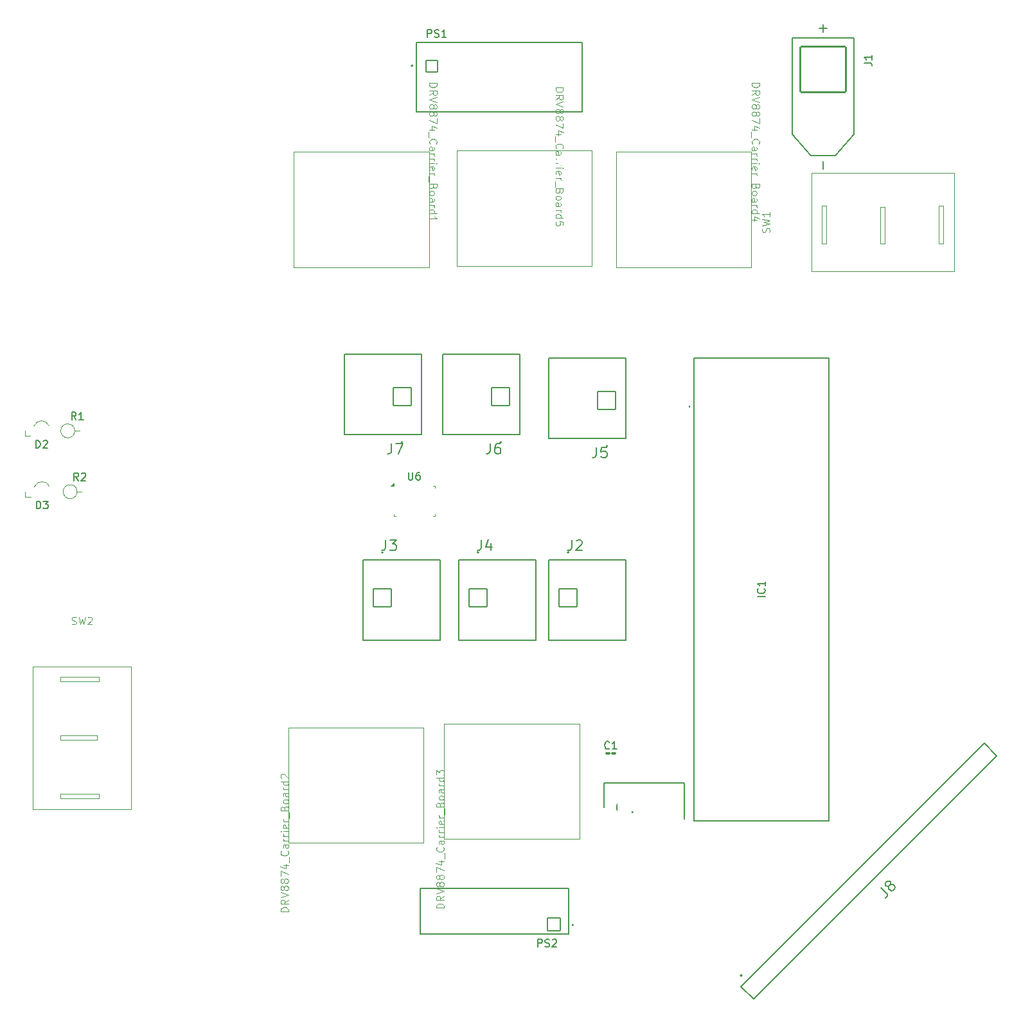
<source format=gto>
%TF.GenerationSoftware,KiCad,Pcbnew,8.0.5*%
%TF.CreationDate,2024-11-10T17:02:08-05:00*%
%TF.ProjectId,RoboCup25PCBv1,526f626f-4375-4703-9235-50434276312e,rev?*%
%TF.SameCoordinates,Original*%
%TF.FileFunction,Legend,Top*%
%TF.FilePolarity,Positive*%
%FSLAX46Y46*%
G04 Gerber Fmt 4.6, Leading zero omitted, Abs format (unit mm)*
G04 Created by KiCad (PCBNEW 8.0.5) date 2024-11-10 17:02:08*
%MOMM*%
%LPD*%
G01*
G04 APERTURE LIST*
G04 Aperture macros list*
%AMRoundRect*
0 Rectangle with rounded corners*
0 $1 Rounding radius*
0 $2 $3 $4 $5 $6 $7 $8 $9 X,Y pos of 4 corners*
0 Add a 4 corners polygon primitive as box body*
4,1,4,$2,$3,$4,$5,$6,$7,$8,$9,$2,$3,0*
0 Add four circle primitives for the rounded corners*
1,1,$1+$1,$2,$3*
1,1,$1+$1,$4,$5*
1,1,$1+$1,$6,$7*
1,1,$1+$1,$8,$9*
0 Add four rect primitives between the rounded corners*
20,1,$1+$1,$2,$3,$4,$5,0*
20,1,$1+$1,$4,$5,$6,$7,0*
20,1,$1+$1,$6,$7,$8,$9,0*
20,1,$1+$1,$8,$9,$2,$3,0*%
G04 Aperture macros list end*
%ADD10C,0.150000*%
%ADD11C,0.100000*%
%ADD12C,0.254000*%
%ADD13C,0.127000*%
%ADD14C,0.200000*%
%ADD15C,0.120000*%
%ADD16RoundRect,0.102000X-1.200000X-1.200000X1.200000X-1.200000X1.200000X1.200000X-1.200000X1.200000X0*%
%ADD17C,2.604000*%
%ADD18C,1.524000*%
%ADD19R,1.920000X1.920000*%
%ADD20C,1.920000*%
%ADD21RoundRect,0.102000X0.862500X0.862500X-0.862500X0.862500X-0.862500X-0.862500X0.862500X-0.862500X0*%
%ADD22C,1.929000*%
%ADD23RoundRect,0.102000X1.200000X1.200000X-1.200000X1.200000X-1.200000X-1.200000X1.200000X-1.200000X0*%
%ADD24R,0.254000X0.675000*%
%ADD25R,0.675000X0.254000*%
%ADD26C,1.400000*%
%ADD27O,1.400000X1.400000*%
%ADD28RoundRect,0.102000X-0.754000X-0.754000X0.754000X-0.754000X0.754000X0.754000X-0.754000X0.754000X0*%
%ADD29C,1.712000*%
%ADD30R,1.000000X0.900000*%
%ADD31R,0.400000X0.800000*%
%ADD32C,1.869000*%
%ADD33RoundRect,0.100000X-0.217500X-0.100000X0.217500X-0.100000X0.217500X0.100000X-0.217500X0.100000X0*%
%ADD34C,6.204000*%
%ADD35RoundRect,0.102000X-3.000000X3.000000X-3.000000X-3.000000X3.000000X-3.000000X3.000000X3.000000X0*%
%ADD36RoundRect,0.102000X0.000000X-0.988535X0.988535X0.000000X0.000000X0.988535X-0.988535X0.000000X0*%
%ADD37C,1.602000*%
G04 APERTURE END LIST*
D10*
X333358333Y-193350866D02*
X333358333Y-194350866D01*
X333358333Y-194350866D02*
X333291666Y-194550866D01*
X333291666Y-194550866D02*
X333158333Y-194684200D01*
X333158333Y-194684200D02*
X332958333Y-194750866D01*
X332958333Y-194750866D02*
X332825000Y-194750866D01*
X333958333Y-193484200D02*
X334025000Y-193417533D01*
X334025000Y-193417533D02*
X334158333Y-193350866D01*
X334158333Y-193350866D02*
X334491667Y-193350866D01*
X334491667Y-193350866D02*
X334625000Y-193417533D01*
X334625000Y-193417533D02*
X334691667Y-193484200D01*
X334691667Y-193484200D02*
X334758333Y-193617533D01*
X334758333Y-193617533D02*
X334758333Y-193750866D01*
X334758333Y-193750866D02*
X334691667Y-193950866D01*
X334691667Y-193950866D02*
X333891667Y-194750866D01*
X333891667Y-194750866D02*
X334758333Y-194750866D01*
D11*
X316527419Y-241817619D02*
X315527419Y-241817619D01*
X315527419Y-241817619D02*
X315527419Y-241579524D01*
X315527419Y-241579524D02*
X315575038Y-241436667D01*
X315575038Y-241436667D02*
X315670276Y-241341429D01*
X315670276Y-241341429D02*
X315765514Y-241293810D01*
X315765514Y-241293810D02*
X315955990Y-241246191D01*
X315955990Y-241246191D02*
X316098847Y-241246191D01*
X316098847Y-241246191D02*
X316289323Y-241293810D01*
X316289323Y-241293810D02*
X316384561Y-241341429D01*
X316384561Y-241341429D02*
X316479800Y-241436667D01*
X316479800Y-241436667D02*
X316527419Y-241579524D01*
X316527419Y-241579524D02*
X316527419Y-241817619D01*
X316527419Y-240246191D02*
X316051228Y-240579524D01*
X316527419Y-240817619D02*
X315527419Y-240817619D01*
X315527419Y-240817619D02*
X315527419Y-240436667D01*
X315527419Y-240436667D02*
X315575038Y-240341429D01*
X315575038Y-240341429D02*
X315622657Y-240293810D01*
X315622657Y-240293810D02*
X315717895Y-240246191D01*
X315717895Y-240246191D02*
X315860752Y-240246191D01*
X315860752Y-240246191D02*
X315955990Y-240293810D01*
X315955990Y-240293810D02*
X316003609Y-240341429D01*
X316003609Y-240341429D02*
X316051228Y-240436667D01*
X316051228Y-240436667D02*
X316051228Y-240817619D01*
X315527419Y-239960476D02*
X316527419Y-239627143D01*
X316527419Y-239627143D02*
X315527419Y-239293810D01*
X315955990Y-238817619D02*
X315908371Y-238912857D01*
X315908371Y-238912857D02*
X315860752Y-238960476D01*
X315860752Y-238960476D02*
X315765514Y-239008095D01*
X315765514Y-239008095D02*
X315717895Y-239008095D01*
X315717895Y-239008095D02*
X315622657Y-238960476D01*
X315622657Y-238960476D02*
X315575038Y-238912857D01*
X315575038Y-238912857D02*
X315527419Y-238817619D01*
X315527419Y-238817619D02*
X315527419Y-238627143D01*
X315527419Y-238627143D02*
X315575038Y-238531905D01*
X315575038Y-238531905D02*
X315622657Y-238484286D01*
X315622657Y-238484286D02*
X315717895Y-238436667D01*
X315717895Y-238436667D02*
X315765514Y-238436667D01*
X315765514Y-238436667D02*
X315860752Y-238484286D01*
X315860752Y-238484286D02*
X315908371Y-238531905D01*
X315908371Y-238531905D02*
X315955990Y-238627143D01*
X315955990Y-238627143D02*
X315955990Y-238817619D01*
X315955990Y-238817619D02*
X316003609Y-238912857D01*
X316003609Y-238912857D02*
X316051228Y-238960476D01*
X316051228Y-238960476D02*
X316146466Y-239008095D01*
X316146466Y-239008095D02*
X316336942Y-239008095D01*
X316336942Y-239008095D02*
X316432180Y-238960476D01*
X316432180Y-238960476D02*
X316479800Y-238912857D01*
X316479800Y-238912857D02*
X316527419Y-238817619D01*
X316527419Y-238817619D02*
X316527419Y-238627143D01*
X316527419Y-238627143D02*
X316479800Y-238531905D01*
X316479800Y-238531905D02*
X316432180Y-238484286D01*
X316432180Y-238484286D02*
X316336942Y-238436667D01*
X316336942Y-238436667D02*
X316146466Y-238436667D01*
X316146466Y-238436667D02*
X316051228Y-238484286D01*
X316051228Y-238484286D02*
X316003609Y-238531905D01*
X316003609Y-238531905D02*
X315955990Y-238627143D01*
X315955990Y-237865238D02*
X315908371Y-237960476D01*
X315908371Y-237960476D02*
X315860752Y-238008095D01*
X315860752Y-238008095D02*
X315765514Y-238055714D01*
X315765514Y-238055714D02*
X315717895Y-238055714D01*
X315717895Y-238055714D02*
X315622657Y-238008095D01*
X315622657Y-238008095D02*
X315575038Y-237960476D01*
X315575038Y-237960476D02*
X315527419Y-237865238D01*
X315527419Y-237865238D02*
X315527419Y-237674762D01*
X315527419Y-237674762D02*
X315575038Y-237579524D01*
X315575038Y-237579524D02*
X315622657Y-237531905D01*
X315622657Y-237531905D02*
X315717895Y-237484286D01*
X315717895Y-237484286D02*
X315765514Y-237484286D01*
X315765514Y-237484286D02*
X315860752Y-237531905D01*
X315860752Y-237531905D02*
X315908371Y-237579524D01*
X315908371Y-237579524D02*
X315955990Y-237674762D01*
X315955990Y-237674762D02*
X315955990Y-237865238D01*
X315955990Y-237865238D02*
X316003609Y-237960476D01*
X316003609Y-237960476D02*
X316051228Y-238008095D01*
X316051228Y-238008095D02*
X316146466Y-238055714D01*
X316146466Y-238055714D02*
X316336942Y-238055714D01*
X316336942Y-238055714D02*
X316432180Y-238008095D01*
X316432180Y-238008095D02*
X316479800Y-237960476D01*
X316479800Y-237960476D02*
X316527419Y-237865238D01*
X316527419Y-237865238D02*
X316527419Y-237674762D01*
X316527419Y-237674762D02*
X316479800Y-237579524D01*
X316479800Y-237579524D02*
X316432180Y-237531905D01*
X316432180Y-237531905D02*
X316336942Y-237484286D01*
X316336942Y-237484286D02*
X316146466Y-237484286D01*
X316146466Y-237484286D02*
X316051228Y-237531905D01*
X316051228Y-237531905D02*
X316003609Y-237579524D01*
X316003609Y-237579524D02*
X315955990Y-237674762D01*
X315527419Y-237150952D02*
X315527419Y-236484286D01*
X315527419Y-236484286D02*
X316527419Y-236912857D01*
X315860752Y-235674762D02*
X316527419Y-235674762D01*
X315479800Y-235912857D02*
X316194085Y-236150952D01*
X316194085Y-236150952D02*
X316194085Y-235531905D01*
X316622657Y-235389048D02*
X316622657Y-234627143D01*
X316432180Y-233817619D02*
X316479800Y-233865238D01*
X316479800Y-233865238D02*
X316527419Y-234008095D01*
X316527419Y-234008095D02*
X316527419Y-234103333D01*
X316527419Y-234103333D02*
X316479800Y-234246190D01*
X316479800Y-234246190D02*
X316384561Y-234341428D01*
X316384561Y-234341428D02*
X316289323Y-234389047D01*
X316289323Y-234389047D02*
X316098847Y-234436666D01*
X316098847Y-234436666D02*
X315955990Y-234436666D01*
X315955990Y-234436666D02*
X315765514Y-234389047D01*
X315765514Y-234389047D02*
X315670276Y-234341428D01*
X315670276Y-234341428D02*
X315575038Y-234246190D01*
X315575038Y-234246190D02*
X315527419Y-234103333D01*
X315527419Y-234103333D02*
X315527419Y-234008095D01*
X315527419Y-234008095D02*
X315575038Y-233865238D01*
X315575038Y-233865238D02*
X315622657Y-233817619D01*
X316527419Y-232960476D02*
X316003609Y-232960476D01*
X316003609Y-232960476D02*
X315908371Y-233008095D01*
X315908371Y-233008095D02*
X315860752Y-233103333D01*
X315860752Y-233103333D02*
X315860752Y-233293809D01*
X315860752Y-233293809D02*
X315908371Y-233389047D01*
X316479800Y-232960476D02*
X316527419Y-233055714D01*
X316527419Y-233055714D02*
X316527419Y-233293809D01*
X316527419Y-233293809D02*
X316479800Y-233389047D01*
X316479800Y-233389047D02*
X316384561Y-233436666D01*
X316384561Y-233436666D02*
X316289323Y-233436666D01*
X316289323Y-233436666D02*
X316194085Y-233389047D01*
X316194085Y-233389047D02*
X316146466Y-233293809D01*
X316146466Y-233293809D02*
X316146466Y-233055714D01*
X316146466Y-233055714D02*
X316098847Y-232960476D01*
X316527419Y-232484285D02*
X315860752Y-232484285D01*
X316051228Y-232484285D02*
X315955990Y-232436666D01*
X315955990Y-232436666D02*
X315908371Y-232389047D01*
X315908371Y-232389047D02*
X315860752Y-232293809D01*
X315860752Y-232293809D02*
X315860752Y-232198571D01*
X316527419Y-231865237D02*
X315860752Y-231865237D01*
X316051228Y-231865237D02*
X315955990Y-231817618D01*
X315955990Y-231817618D02*
X315908371Y-231769999D01*
X315908371Y-231769999D02*
X315860752Y-231674761D01*
X315860752Y-231674761D02*
X315860752Y-231579523D01*
X316527419Y-231246189D02*
X315860752Y-231246189D01*
X315527419Y-231246189D02*
X315575038Y-231293808D01*
X315575038Y-231293808D02*
X315622657Y-231246189D01*
X315622657Y-231246189D02*
X315575038Y-231198570D01*
X315575038Y-231198570D02*
X315527419Y-231246189D01*
X315527419Y-231246189D02*
X315622657Y-231246189D01*
X316479800Y-230389047D02*
X316527419Y-230484285D01*
X316527419Y-230484285D02*
X316527419Y-230674761D01*
X316527419Y-230674761D02*
X316479800Y-230769999D01*
X316479800Y-230769999D02*
X316384561Y-230817618D01*
X316384561Y-230817618D02*
X316003609Y-230817618D01*
X316003609Y-230817618D02*
X315908371Y-230769999D01*
X315908371Y-230769999D02*
X315860752Y-230674761D01*
X315860752Y-230674761D02*
X315860752Y-230484285D01*
X315860752Y-230484285D02*
X315908371Y-230389047D01*
X315908371Y-230389047D02*
X316003609Y-230341428D01*
X316003609Y-230341428D02*
X316098847Y-230341428D01*
X316098847Y-230341428D02*
X316194085Y-230817618D01*
X316527419Y-229912856D02*
X315860752Y-229912856D01*
X316051228Y-229912856D02*
X315955990Y-229865237D01*
X315955990Y-229865237D02*
X315908371Y-229817618D01*
X315908371Y-229817618D02*
X315860752Y-229722380D01*
X315860752Y-229722380D02*
X315860752Y-229627142D01*
X316622657Y-229531904D02*
X316622657Y-228769999D01*
X316003609Y-228198570D02*
X316051228Y-228055713D01*
X316051228Y-228055713D02*
X316098847Y-228008094D01*
X316098847Y-228008094D02*
X316194085Y-227960475D01*
X316194085Y-227960475D02*
X316336942Y-227960475D01*
X316336942Y-227960475D02*
X316432180Y-228008094D01*
X316432180Y-228008094D02*
X316479800Y-228055713D01*
X316479800Y-228055713D02*
X316527419Y-228150951D01*
X316527419Y-228150951D02*
X316527419Y-228531903D01*
X316527419Y-228531903D02*
X315527419Y-228531903D01*
X315527419Y-228531903D02*
X315527419Y-228198570D01*
X315527419Y-228198570D02*
X315575038Y-228103332D01*
X315575038Y-228103332D02*
X315622657Y-228055713D01*
X315622657Y-228055713D02*
X315717895Y-228008094D01*
X315717895Y-228008094D02*
X315813133Y-228008094D01*
X315813133Y-228008094D02*
X315908371Y-228055713D01*
X315908371Y-228055713D02*
X315955990Y-228103332D01*
X315955990Y-228103332D02*
X316003609Y-228198570D01*
X316003609Y-228198570D02*
X316003609Y-228531903D01*
X316527419Y-227389046D02*
X316479800Y-227484284D01*
X316479800Y-227484284D02*
X316432180Y-227531903D01*
X316432180Y-227531903D02*
X316336942Y-227579522D01*
X316336942Y-227579522D02*
X316051228Y-227579522D01*
X316051228Y-227579522D02*
X315955990Y-227531903D01*
X315955990Y-227531903D02*
X315908371Y-227484284D01*
X315908371Y-227484284D02*
X315860752Y-227389046D01*
X315860752Y-227389046D02*
X315860752Y-227246189D01*
X315860752Y-227246189D02*
X315908371Y-227150951D01*
X315908371Y-227150951D02*
X315955990Y-227103332D01*
X315955990Y-227103332D02*
X316051228Y-227055713D01*
X316051228Y-227055713D02*
X316336942Y-227055713D01*
X316336942Y-227055713D02*
X316432180Y-227103332D01*
X316432180Y-227103332D02*
X316479800Y-227150951D01*
X316479800Y-227150951D02*
X316527419Y-227246189D01*
X316527419Y-227246189D02*
X316527419Y-227389046D01*
X316527419Y-226198570D02*
X316003609Y-226198570D01*
X316003609Y-226198570D02*
X315908371Y-226246189D01*
X315908371Y-226246189D02*
X315860752Y-226341427D01*
X315860752Y-226341427D02*
X315860752Y-226531903D01*
X315860752Y-226531903D02*
X315908371Y-226627141D01*
X316479800Y-226198570D02*
X316527419Y-226293808D01*
X316527419Y-226293808D02*
X316527419Y-226531903D01*
X316527419Y-226531903D02*
X316479800Y-226627141D01*
X316479800Y-226627141D02*
X316384561Y-226674760D01*
X316384561Y-226674760D02*
X316289323Y-226674760D01*
X316289323Y-226674760D02*
X316194085Y-226627141D01*
X316194085Y-226627141D02*
X316146466Y-226531903D01*
X316146466Y-226531903D02*
X316146466Y-226293808D01*
X316146466Y-226293808D02*
X316098847Y-226198570D01*
X316527419Y-225722379D02*
X315860752Y-225722379D01*
X316051228Y-225722379D02*
X315955990Y-225674760D01*
X315955990Y-225674760D02*
X315908371Y-225627141D01*
X315908371Y-225627141D02*
X315860752Y-225531903D01*
X315860752Y-225531903D02*
X315860752Y-225436665D01*
X316527419Y-224674760D02*
X315527419Y-224674760D01*
X316479800Y-224674760D02*
X316527419Y-224769998D01*
X316527419Y-224769998D02*
X316527419Y-224960474D01*
X316527419Y-224960474D02*
X316479800Y-225055712D01*
X316479800Y-225055712D02*
X316432180Y-225103331D01*
X316432180Y-225103331D02*
X316336942Y-225150950D01*
X316336942Y-225150950D02*
X316051228Y-225150950D01*
X316051228Y-225150950D02*
X315955990Y-225103331D01*
X315955990Y-225103331D02*
X315908371Y-225055712D01*
X315908371Y-225055712D02*
X315860752Y-224960474D01*
X315860752Y-224960474D02*
X315860752Y-224769998D01*
X315860752Y-224769998D02*
X315908371Y-224674760D01*
X315527419Y-224293807D02*
X315527419Y-223674760D01*
X315527419Y-223674760D02*
X315908371Y-224008093D01*
X315908371Y-224008093D02*
X315908371Y-223865236D01*
X315908371Y-223865236D02*
X315955990Y-223769998D01*
X315955990Y-223769998D02*
X316003609Y-223722379D01*
X316003609Y-223722379D02*
X316098847Y-223674760D01*
X316098847Y-223674760D02*
X316336942Y-223674760D01*
X316336942Y-223674760D02*
X316432180Y-223722379D01*
X316432180Y-223722379D02*
X316479800Y-223769998D01*
X316479800Y-223769998D02*
X316527419Y-223865236D01*
X316527419Y-223865236D02*
X316527419Y-224150950D01*
X316527419Y-224150950D02*
X316479800Y-224246188D01*
X316479800Y-224246188D02*
X316432180Y-224293807D01*
X267501667Y-204434800D02*
X267644524Y-204482419D01*
X267644524Y-204482419D02*
X267882619Y-204482419D01*
X267882619Y-204482419D02*
X267977857Y-204434800D01*
X267977857Y-204434800D02*
X268025476Y-204387180D01*
X268025476Y-204387180D02*
X268073095Y-204291942D01*
X268073095Y-204291942D02*
X268073095Y-204196704D01*
X268073095Y-204196704D02*
X268025476Y-204101466D01*
X268025476Y-204101466D02*
X267977857Y-204053847D01*
X267977857Y-204053847D02*
X267882619Y-204006228D01*
X267882619Y-204006228D02*
X267692143Y-203958609D01*
X267692143Y-203958609D02*
X267596905Y-203910990D01*
X267596905Y-203910990D02*
X267549286Y-203863371D01*
X267549286Y-203863371D02*
X267501667Y-203768133D01*
X267501667Y-203768133D02*
X267501667Y-203672895D01*
X267501667Y-203672895D02*
X267549286Y-203577657D01*
X267549286Y-203577657D02*
X267596905Y-203530038D01*
X267596905Y-203530038D02*
X267692143Y-203482419D01*
X267692143Y-203482419D02*
X267930238Y-203482419D01*
X267930238Y-203482419D02*
X268073095Y-203530038D01*
X268406429Y-203482419D02*
X268644524Y-204482419D01*
X268644524Y-204482419D02*
X268835000Y-203768133D01*
X268835000Y-203768133D02*
X269025476Y-204482419D01*
X269025476Y-204482419D02*
X269263572Y-203482419D01*
X269596905Y-203577657D02*
X269644524Y-203530038D01*
X269644524Y-203530038D02*
X269739762Y-203482419D01*
X269739762Y-203482419D02*
X269977857Y-203482419D01*
X269977857Y-203482419D02*
X270073095Y-203530038D01*
X270073095Y-203530038D02*
X270120714Y-203577657D01*
X270120714Y-203577657D02*
X270168333Y-203672895D01*
X270168333Y-203672895D02*
X270168333Y-203768133D01*
X270168333Y-203768133D02*
X270120714Y-203910990D01*
X270120714Y-203910990D02*
X269549286Y-204482419D01*
X269549286Y-204482419D02*
X270168333Y-204482419D01*
D12*
X340239047Y-229295270D02*
X340118095Y-229234794D01*
X340118095Y-229234794D02*
X339997142Y-229113842D01*
X339997142Y-229113842D02*
X339815714Y-228932413D01*
X339815714Y-228932413D02*
X339694761Y-228871937D01*
X339694761Y-228871937D02*
X339573809Y-228871937D01*
X339634285Y-229174318D02*
X339513333Y-229113842D01*
X339513333Y-229113842D02*
X339392380Y-228992889D01*
X339392380Y-228992889D02*
X339331904Y-228750984D01*
X339331904Y-228750984D02*
X339331904Y-228327651D01*
X339331904Y-228327651D02*
X339392380Y-228085746D01*
X339392380Y-228085746D02*
X339513333Y-227964794D01*
X339513333Y-227964794D02*
X339634285Y-227904318D01*
X339634285Y-227904318D02*
X339876190Y-227904318D01*
X339876190Y-227904318D02*
X339997142Y-227964794D01*
X339997142Y-227964794D02*
X340118095Y-228085746D01*
X340118095Y-228085746D02*
X340178571Y-228327651D01*
X340178571Y-228327651D02*
X340178571Y-228750984D01*
X340178571Y-228750984D02*
X340118095Y-228992889D01*
X340118095Y-228992889D02*
X339997142Y-229113842D01*
X339997142Y-229113842D02*
X339876190Y-229174318D01*
X339876190Y-229174318D02*
X339634285Y-229174318D01*
X341388095Y-229174318D02*
X340662380Y-229174318D01*
X341025237Y-229174318D02*
X341025237Y-227904318D01*
X341025237Y-227904318D02*
X340904285Y-228085746D01*
X340904285Y-228085746D02*
X340783333Y-228206699D01*
X340783333Y-228206699D02*
X340662380Y-228267175D01*
D10*
X328910714Y-246959819D02*
X328910714Y-245959819D01*
X328910714Y-245959819D02*
X329291666Y-245959819D01*
X329291666Y-245959819D02*
X329386904Y-246007438D01*
X329386904Y-246007438D02*
X329434523Y-246055057D01*
X329434523Y-246055057D02*
X329482142Y-246150295D01*
X329482142Y-246150295D02*
X329482142Y-246293152D01*
X329482142Y-246293152D02*
X329434523Y-246388390D01*
X329434523Y-246388390D02*
X329386904Y-246436009D01*
X329386904Y-246436009D02*
X329291666Y-246483628D01*
X329291666Y-246483628D02*
X328910714Y-246483628D01*
X329863095Y-246912200D02*
X330005952Y-246959819D01*
X330005952Y-246959819D02*
X330244047Y-246959819D01*
X330244047Y-246959819D02*
X330339285Y-246912200D01*
X330339285Y-246912200D02*
X330386904Y-246864580D01*
X330386904Y-246864580D02*
X330434523Y-246769342D01*
X330434523Y-246769342D02*
X330434523Y-246674104D01*
X330434523Y-246674104D02*
X330386904Y-246578866D01*
X330386904Y-246578866D02*
X330339285Y-246531247D01*
X330339285Y-246531247D02*
X330244047Y-246483628D01*
X330244047Y-246483628D02*
X330053571Y-246436009D01*
X330053571Y-246436009D02*
X329958333Y-246388390D01*
X329958333Y-246388390D02*
X329910714Y-246340771D01*
X329910714Y-246340771D02*
X329863095Y-246245533D01*
X329863095Y-246245533D02*
X329863095Y-246150295D01*
X329863095Y-246150295D02*
X329910714Y-246055057D01*
X329910714Y-246055057D02*
X329958333Y-246007438D01*
X329958333Y-246007438D02*
X330053571Y-245959819D01*
X330053571Y-245959819D02*
X330291666Y-245959819D01*
X330291666Y-245959819D02*
X330434523Y-246007438D01*
X330815476Y-246055057D02*
X330863095Y-246007438D01*
X330863095Y-246007438D02*
X330958333Y-245959819D01*
X330958333Y-245959819D02*
X331196428Y-245959819D01*
X331196428Y-245959819D02*
X331291666Y-246007438D01*
X331291666Y-246007438D02*
X331339285Y-246055057D01*
X331339285Y-246055057D02*
X331386904Y-246150295D01*
X331386904Y-246150295D02*
X331386904Y-246245533D01*
X331386904Y-246245533D02*
X331339285Y-246388390D01*
X331339285Y-246388390D02*
X330767857Y-246959819D01*
X330767857Y-246959819D02*
X331386904Y-246959819D01*
D11*
X331242580Y-133792380D02*
X332242580Y-133792380D01*
X332242580Y-133792380D02*
X332242580Y-134030475D01*
X332242580Y-134030475D02*
X332194961Y-134173332D01*
X332194961Y-134173332D02*
X332099723Y-134268570D01*
X332099723Y-134268570D02*
X332004485Y-134316189D01*
X332004485Y-134316189D02*
X331814009Y-134363808D01*
X331814009Y-134363808D02*
X331671152Y-134363808D01*
X331671152Y-134363808D02*
X331480676Y-134316189D01*
X331480676Y-134316189D02*
X331385438Y-134268570D01*
X331385438Y-134268570D02*
X331290200Y-134173332D01*
X331290200Y-134173332D02*
X331242580Y-134030475D01*
X331242580Y-134030475D02*
X331242580Y-133792380D01*
X331242580Y-135363808D02*
X331718771Y-135030475D01*
X331242580Y-134792380D02*
X332242580Y-134792380D01*
X332242580Y-134792380D02*
X332242580Y-135173332D01*
X332242580Y-135173332D02*
X332194961Y-135268570D01*
X332194961Y-135268570D02*
X332147342Y-135316189D01*
X332147342Y-135316189D02*
X332052104Y-135363808D01*
X332052104Y-135363808D02*
X331909247Y-135363808D01*
X331909247Y-135363808D02*
X331814009Y-135316189D01*
X331814009Y-135316189D02*
X331766390Y-135268570D01*
X331766390Y-135268570D02*
X331718771Y-135173332D01*
X331718771Y-135173332D02*
X331718771Y-134792380D01*
X332242580Y-135649523D02*
X331242580Y-135982856D01*
X331242580Y-135982856D02*
X332242580Y-136316189D01*
X331814009Y-136792380D02*
X331861628Y-136697142D01*
X331861628Y-136697142D02*
X331909247Y-136649523D01*
X331909247Y-136649523D02*
X332004485Y-136601904D01*
X332004485Y-136601904D02*
X332052104Y-136601904D01*
X332052104Y-136601904D02*
X332147342Y-136649523D01*
X332147342Y-136649523D02*
X332194961Y-136697142D01*
X332194961Y-136697142D02*
X332242580Y-136792380D01*
X332242580Y-136792380D02*
X332242580Y-136982856D01*
X332242580Y-136982856D02*
X332194961Y-137078094D01*
X332194961Y-137078094D02*
X332147342Y-137125713D01*
X332147342Y-137125713D02*
X332052104Y-137173332D01*
X332052104Y-137173332D02*
X332004485Y-137173332D01*
X332004485Y-137173332D02*
X331909247Y-137125713D01*
X331909247Y-137125713D02*
X331861628Y-137078094D01*
X331861628Y-137078094D02*
X331814009Y-136982856D01*
X331814009Y-136982856D02*
X331814009Y-136792380D01*
X331814009Y-136792380D02*
X331766390Y-136697142D01*
X331766390Y-136697142D02*
X331718771Y-136649523D01*
X331718771Y-136649523D02*
X331623533Y-136601904D01*
X331623533Y-136601904D02*
X331433057Y-136601904D01*
X331433057Y-136601904D02*
X331337819Y-136649523D01*
X331337819Y-136649523D02*
X331290200Y-136697142D01*
X331290200Y-136697142D02*
X331242580Y-136792380D01*
X331242580Y-136792380D02*
X331242580Y-136982856D01*
X331242580Y-136982856D02*
X331290200Y-137078094D01*
X331290200Y-137078094D02*
X331337819Y-137125713D01*
X331337819Y-137125713D02*
X331433057Y-137173332D01*
X331433057Y-137173332D02*
X331623533Y-137173332D01*
X331623533Y-137173332D02*
X331718771Y-137125713D01*
X331718771Y-137125713D02*
X331766390Y-137078094D01*
X331766390Y-137078094D02*
X331814009Y-136982856D01*
X331814009Y-137744761D02*
X331861628Y-137649523D01*
X331861628Y-137649523D02*
X331909247Y-137601904D01*
X331909247Y-137601904D02*
X332004485Y-137554285D01*
X332004485Y-137554285D02*
X332052104Y-137554285D01*
X332052104Y-137554285D02*
X332147342Y-137601904D01*
X332147342Y-137601904D02*
X332194961Y-137649523D01*
X332194961Y-137649523D02*
X332242580Y-137744761D01*
X332242580Y-137744761D02*
X332242580Y-137935237D01*
X332242580Y-137935237D02*
X332194961Y-138030475D01*
X332194961Y-138030475D02*
X332147342Y-138078094D01*
X332147342Y-138078094D02*
X332052104Y-138125713D01*
X332052104Y-138125713D02*
X332004485Y-138125713D01*
X332004485Y-138125713D02*
X331909247Y-138078094D01*
X331909247Y-138078094D02*
X331861628Y-138030475D01*
X331861628Y-138030475D02*
X331814009Y-137935237D01*
X331814009Y-137935237D02*
X331814009Y-137744761D01*
X331814009Y-137744761D02*
X331766390Y-137649523D01*
X331766390Y-137649523D02*
X331718771Y-137601904D01*
X331718771Y-137601904D02*
X331623533Y-137554285D01*
X331623533Y-137554285D02*
X331433057Y-137554285D01*
X331433057Y-137554285D02*
X331337819Y-137601904D01*
X331337819Y-137601904D02*
X331290200Y-137649523D01*
X331290200Y-137649523D02*
X331242580Y-137744761D01*
X331242580Y-137744761D02*
X331242580Y-137935237D01*
X331242580Y-137935237D02*
X331290200Y-138030475D01*
X331290200Y-138030475D02*
X331337819Y-138078094D01*
X331337819Y-138078094D02*
X331433057Y-138125713D01*
X331433057Y-138125713D02*
X331623533Y-138125713D01*
X331623533Y-138125713D02*
X331718771Y-138078094D01*
X331718771Y-138078094D02*
X331766390Y-138030475D01*
X331766390Y-138030475D02*
X331814009Y-137935237D01*
X332242580Y-138459047D02*
X332242580Y-139125713D01*
X332242580Y-139125713D02*
X331242580Y-138697142D01*
X331909247Y-139935237D02*
X331242580Y-139935237D01*
X332290200Y-139697142D02*
X331575914Y-139459047D01*
X331575914Y-139459047D02*
X331575914Y-140078094D01*
X331147342Y-140220952D02*
X331147342Y-140982856D01*
X331337819Y-141792380D02*
X331290200Y-141744761D01*
X331290200Y-141744761D02*
X331242580Y-141601904D01*
X331242580Y-141601904D02*
X331242580Y-141506666D01*
X331242580Y-141506666D02*
X331290200Y-141363809D01*
X331290200Y-141363809D02*
X331385438Y-141268571D01*
X331385438Y-141268571D02*
X331480676Y-141220952D01*
X331480676Y-141220952D02*
X331671152Y-141173333D01*
X331671152Y-141173333D02*
X331814009Y-141173333D01*
X331814009Y-141173333D02*
X332004485Y-141220952D01*
X332004485Y-141220952D02*
X332099723Y-141268571D01*
X332099723Y-141268571D02*
X332194961Y-141363809D01*
X332194961Y-141363809D02*
X332242580Y-141506666D01*
X332242580Y-141506666D02*
X332242580Y-141601904D01*
X332242580Y-141601904D02*
X332194961Y-141744761D01*
X332194961Y-141744761D02*
X332147342Y-141792380D01*
X331242580Y-142649523D02*
X331766390Y-142649523D01*
X331766390Y-142649523D02*
X331861628Y-142601904D01*
X331861628Y-142601904D02*
X331909247Y-142506666D01*
X331909247Y-142506666D02*
X331909247Y-142316190D01*
X331909247Y-142316190D02*
X331861628Y-142220952D01*
X331290200Y-142649523D02*
X331242580Y-142554285D01*
X331242580Y-142554285D02*
X331242580Y-142316190D01*
X331242580Y-142316190D02*
X331290200Y-142220952D01*
X331290200Y-142220952D02*
X331385438Y-142173333D01*
X331385438Y-142173333D02*
X331480676Y-142173333D01*
X331480676Y-142173333D02*
X331575914Y-142220952D01*
X331575914Y-142220952D02*
X331623533Y-142316190D01*
X331623533Y-142316190D02*
X331623533Y-142554285D01*
X331623533Y-142554285D02*
X331671152Y-142649523D01*
X331242580Y-143125714D02*
X331909247Y-143125714D01*
X331718771Y-143125714D02*
X331814009Y-143173333D01*
X331814009Y-143173333D02*
X331861628Y-143220952D01*
X331861628Y-143220952D02*
X331909247Y-143316190D01*
X331909247Y-143316190D02*
X331909247Y-143411428D01*
X331242580Y-143744762D02*
X331909247Y-143744762D01*
X331718771Y-143744762D02*
X331814009Y-143792381D01*
X331814009Y-143792381D02*
X331861628Y-143840000D01*
X331861628Y-143840000D02*
X331909247Y-143935238D01*
X331909247Y-143935238D02*
X331909247Y-144030476D01*
X331242580Y-144363810D02*
X331909247Y-144363810D01*
X332242580Y-144363810D02*
X332194961Y-144316191D01*
X332194961Y-144316191D02*
X332147342Y-144363810D01*
X332147342Y-144363810D02*
X332194961Y-144411429D01*
X332194961Y-144411429D02*
X332242580Y-144363810D01*
X332242580Y-144363810D02*
X332147342Y-144363810D01*
X331290200Y-145220952D02*
X331242580Y-145125714D01*
X331242580Y-145125714D02*
X331242580Y-144935238D01*
X331242580Y-144935238D02*
X331290200Y-144840000D01*
X331290200Y-144840000D02*
X331385438Y-144792381D01*
X331385438Y-144792381D02*
X331766390Y-144792381D01*
X331766390Y-144792381D02*
X331861628Y-144840000D01*
X331861628Y-144840000D02*
X331909247Y-144935238D01*
X331909247Y-144935238D02*
X331909247Y-145125714D01*
X331909247Y-145125714D02*
X331861628Y-145220952D01*
X331861628Y-145220952D02*
X331766390Y-145268571D01*
X331766390Y-145268571D02*
X331671152Y-145268571D01*
X331671152Y-145268571D02*
X331575914Y-144792381D01*
X331242580Y-145697143D02*
X331909247Y-145697143D01*
X331718771Y-145697143D02*
X331814009Y-145744762D01*
X331814009Y-145744762D02*
X331861628Y-145792381D01*
X331861628Y-145792381D02*
X331909247Y-145887619D01*
X331909247Y-145887619D02*
X331909247Y-145982857D01*
X331147342Y-146078096D02*
X331147342Y-146840000D01*
X331766390Y-147411429D02*
X331718771Y-147554286D01*
X331718771Y-147554286D02*
X331671152Y-147601905D01*
X331671152Y-147601905D02*
X331575914Y-147649524D01*
X331575914Y-147649524D02*
X331433057Y-147649524D01*
X331433057Y-147649524D02*
X331337819Y-147601905D01*
X331337819Y-147601905D02*
X331290200Y-147554286D01*
X331290200Y-147554286D02*
X331242580Y-147459048D01*
X331242580Y-147459048D02*
X331242580Y-147078096D01*
X331242580Y-147078096D02*
X332242580Y-147078096D01*
X332242580Y-147078096D02*
X332242580Y-147411429D01*
X332242580Y-147411429D02*
X332194961Y-147506667D01*
X332194961Y-147506667D02*
X332147342Y-147554286D01*
X332147342Y-147554286D02*
X332052104Y-147601905D01*
X332052104Y-147601905D02*
X331956866Y-147601905D01*
X331956866Y-147601905D02*
X331861628Y-147554286D01*
X331861628Y-147554286D02*
X331814009Y-147506667D01*
X331814009Y-147506667D02*
X331766390Y-147411429D01*
X331766390Y-147411429D02*
X331766390Y-147078096D01*
X331242580Y-148220953D02*
X331290200Y-148125715D01*
X331290200Y-148125715D02*
X331337819Y-148078096D01*
X331337819Y-148078096D02*
X331433057Y-148030477D01*
X331433057Y-148030477D02*
X331718771Y-148030477D01*
X331718771Y-148030477D02*
X331814009Y-148078096D01*
X331814009Y-148078096D02*
X331861628Y-148125715D01*
X331861628Y-148125715D02*
X331909247Y-148220953D01*
X331909247Y-148220953D02*
X331909247Y-148363810D01*
X331909247Y-148363810D02*
X331861628Y-148459048D01*
X331861628Y-148459048D02*
X331814009Y-148506667D01*
X331814009Y-148506667D02*
X331718771Y-148554286D01*
X331718771Y-148554286D02*
X331433057Y-148554286D01*
X331433057Y-148554286D02*
X331337819Y-148506667D01*
X331337819Y-148506667D02*
X331290200Y-148459048D01*
X331290200Y-148459048D02*
X331242580Y-148363810D01*
X331242580Y-148363810D02*
X331242580Y-148220953D01*
X331242580Y-149411429D02*
X331766390Y-149411429D01*
X331766390Y-149411429D02*
X331861628Y-149363810D01*
X331861628Y-149363810D02*
X331909247Y-149268572D01*
X331909247Y-149268572D02*
X331909247Y-149078096D01*
X331909247Y-149078096D02*
X331861628Y-148982858D01*
X331290200Y-149411429D02*
X331242580Y-149316191D01*
X331242580Y-149316191D02*
X331242580Y-149078096D01*
X331242580Y-149078096D02*
X331290200Y-148982858D01*
X331290200Y-148982858D02*
X331385438Y-148935239D01*
X331385438Y-148935239D02*
X331480676Y-148935239D01*
X331480676Y-148935239D02*
X331575914Y-148982858D01*
X331575914Y-148982858D02*
X331623533Y-149078096D01*
X331623533Y-149078096D02*
X331623533Y-149316191D01*
X331623533Y-149316191D02*
X331671152Y-149411429D01*
X331242580Y-149887620D02*
X331909247Y-149887620D01*
X331718771Y-149887620D02*
X331814009Y-149935239D01*
X331814009Y-149935239D02*
X331861628Y-149982858D01*
X331861628Y-149982858D02*
X331909247Y-150078096D01*
X331909247Y-150078096D02*
X331909247Y-150173334D01*
X331242580Y-150935239D02*
X332242580Y-150935239D01*
X331290200Y-150935239D02*
X331242580Y-150840001D01*
X331242580Y-150840001D02*
X331242580Y-150649525D01*
X331242580Y-150649525D02*
X331290200Y-150554287D01*
X331290200Y-150554287D02*
X331337819Y-150506668D01*
X331337819Y-150506668D02*
X331433057Y-150459049D01*
X331433057Y-150459049D02*
X331718771Y-150459049D01*
X331718771Y-150459049D02*
X331814009Y-150506668D01*
X331814009Y-150506668D02*
X331861628Y-150554287D01*
X331861628Y-150554287D02*
X331909247Y-150649525D01*
X331909247Y-150649525D02*
X331909247Y-150840001D01*
X331909247Y-150840001D02*
X331861628Y-150935239D01*
X332242580Y-151887620D02*
X332242580Y-151411430D01*
X332242580Y-151411430D02*
X331766390Y-151363811D01*
X331766390Y-151363811D02*
X331814009Y-151411430D01*
X331814009Y-151411430D02*
X331861628Y-151506668D01*
X331861628Y-151506668D02*
X331861628Y-151744763D01*
X331861628Y-151744763D02*
X331814009Y-151840001D01*
X331814009Y-151840001D02*
X331766390Y-151887620D01*
X331766390Y-151887620D02*
X331671152Y-151935239D01*
X331671152Y-151935239D02*
X331433057Y-151935239D01*
X331433057Y-151935239D02*
X331337819Y-151887620D01*
X331337819Y-151887620D02*
X331290200Y-151840001D01*
X331290200Y-151840001D02*
X331242580Y-151744763D01*
X331242580Y-151744763D02*
X331242580Y-151506668D01*
X331242580Y-151506668D02*
X331290200Y-151411430D01*
X331290200Y-151411430D02*
X331337819Y-151363811D01*
X359409800Y-152833332D02*
X359457419Y-152690475D01*
X359457419Y-152690475D02*
X359457419Y-152452380D01*
X359457419Y-152452380D02*
X359409800Y-152357142D01*
X359409800Y-152357142D02*
X359362180Y-152309523D01*
X359362180Y-152309523D02*
X359266942Y-152261904D01*
X359266942Y-152261904D02*
X359171704Y-152261904D01*
X359171704Y-152261904D02*
X359076466Y-152309523D01*
X359076466Y-152309523D02*
X359028847Y-152357142D01*
X359028847Y-152357142D02*
X358981228Y-152452380D01*
X358981228Y-152452380D02*
X358933609Y-152642856D01*
X358933609Y-152642856D02*
X358885990Y-152738094D01*
X358885990Y-152738094D02*
X358838371Y-152785713D01*
X358838371Y-152785713D02*
X358743133Y-152833332D01*
X358743133Y-152833332D02*
X358647895Y-152833332D01*
X358647895Y-152833332D02*
X358552657Y-152785713D01*
X358552657Y-152785713D02*
X358505038Y-152738094D01*
X358505038Y-152738094D02*
X358457419Y-152642856D01*
X358457419Y-152642856D02*
X358457419Y-152404761D01*
X358457419Y-152404761D02*
X358505038Y-152261904D01*
X358457419Y-151928570D02*
X359457419Y-151690475D01*
X359457419Y-151690475D02*
X358743133Y-151499999D01*
X358743133Y-151499999D02*
X359457419Y-151309523D01*
X359457419Y-151309523D02*
X358457419Y-151071428D01*
X359457419Y-150166666D02*
X359457419Y-150738094D01*
X359457419Y-150452380D02*
X358457419Y-150452380D01*
X358457419Y-150452380D02*
X358600276Y-150547618D01*
X358600276Y-150547618D02*
X358695514Y-150642856D01*
X358695514Y-150642856D02*
X358743133Y-150738094D01*
D10*
X309628333Y-180628866D02*
X309628333Y-181628866D01*
X309628333Y-181628866D02*
X309561666Y-181828866D01*
X309561666Y-181828866D02*
X309428333Y-181962200D01*
X309428333Y-181962200D02*
X309228333Y-182028866D01*
X309228333Y-182028866D02*
X309095000Y-182028866D01*
X310161667Y-180628866D02*
X311095000Y-180628866D01*
X311095000Y-180628866D02*
X310495000Y-182028866D01*
X308858333Y-193350866D02*
X308858333Y-194350866D01*
X308858333Y-194350866D02*
X308791666Y-194550866D01*
X308791666Y-194550866D02*
X308658333Y-194684200D01*
X308658333Y-194684200D02*
X308458333Y-194750866D01*
X308458333Y-194750866D02*
X308325000Y-194750866D01*
X309391667Y-193350866D02*
X310258333Y-193350866D01*
X310258333Y-193350866D02*
X309791667Y-193884200D01*
X309791667Y-193884200D02*
X309991667Y-193884200D01*
X309991667Y-193884200D02*
X310125000Y-193950866D01*
X310125000Y-193950866D02*
X310191667Y-194017533D01*
X310191667Y-194017533D02*
X310258333Y-194150866D01*
X310258333Y-194150866D02*
X310258333Y-194484200D01*
X310258333Y-194484200D02*
X310191667Y-194617533D01*
X310191667Y-194617533D02*
X310125000Y-194684200D01*
X310125000Y-194684200D02*
X309991667Y-194750866D01*
X309991667Y-194750866D02*
X309591667Y-194750866D01*
X309591667Y-194750866D02*
X309458333Y-194684200D01*
X309458333Y-194684200D02*
X309391667Y-194617533D01*
X311850595Y-184454819D02*
X311850595Y-185264342D01*
X311850595Y-185264342D02*
X311898214Y-185359580D01*
X311898214Y-185359580D02*
X311945833Y-185407200D01*
X311945833Y-185407200D02*
X312041071Y-185454819D01*
X312041071Y-185454819D02*
X312231547Y-185454819D01*
X312231547Y-185454819D02*
X312326785Y-185407200D01*
X312326785Y-185407200D02*
X312374404Y-185359580D01*
X312374404Y-185359580D02*
X312422023Y-185264342D01*
X312422023Y-185264342D02*
X312422023Y-184454819D01*
X313326785Y-184454819D02*
X313136309Y-184454819D01*
X313136309Y-184454819D02*
X313041071Y-184502438D01*
X313041071Y-184502438D02*
X312993452Y-184550057D01*
X312993452Y-184550057D02*
X312898214Y-184692914D01*
X312898214Y-184692914D02*
X312850595Y-184883390D01*
X312850595Y-184883390D02*
X312850595Y-185264342D01*
X312850595Y-185264342D02*
X312898214Y-185359580D01*
X312898214Y-185359580D02*
X312945833Y-185407200D01*
X312945833Y-185407200D02*
X313041071Y-185454819D01*
X313041071Y-185454819D02*
X313231547Y-185454819D01*
X313231547Y-185454819D02*
X313326785Y-185407200D01*
X313326785Y-185407200D02*
X313374404Y-185359580D01*
X313374404Y-185359580D02*
X313422023Y-185264342D01*
X313422023Y-185264342D02*
X313422023Y-185026247D01*
X313422023Y-185026247D02*
X313374404Y-184931009D01*
X313374404Y-184931009D02*
X313326785Y-184883390D01*
X313326785Y-184883390D02*
X313231547Y-184835771D01*
X313231547Y-184835771D02*
X313041071Y-184835771D01*
X313041071Y-184835771D02*
X312945833Y-184883390D01*
X312945833Y-184883390D02*
X312898214Y-184931009D01*
X312898214Y-184931009D02*
X312850595Y-185026247D01*
D11*
X296027419Y-242317619D02*
X295027419Y-242317619D01*
X295027419Y-242317619D02*
X295027419Y-242079524D01*
X295027419Y-242079524D02*
X295075038Y-241936667D01*
X295075038Y-241936667D02*
X295170276Y-241841429D01*
X295170276Y-241841429D02*
X295265514Y-241793810D01*
X295265514Y-241793810D02*
X295455990Y-241746191D01*
X295455990Y-241746191D02*
X295598847Y-241746191D01*
X295598847Y-241746191D02*
X295789323Y-241793810D01*
X295789323Y-241793810D02*
X295884561Y-241841429D01*
X295884561Y-241841429D02*
X295979800Y-241936667D01*
X295979800Y-241936667D02*
X296027419Y-242079524D01*
X296027419Y-242079524D02*
X296027419Y-242317619D01*
X296027419Y-240746191D02*
X295551228Y-241079524D01*
X296027419Y-241317619D02*
X295027419Y-241317619D01*
X295027419Y-241317619D02*
X295027419Y-240936667D01*
X295027419Y-240936667D02*
X295075038Y-240841429D01*
X295075038Y-240841429D02*
X295122657Y-240793810D01*
X295122657Y-240793810D02*
X295217895Y-240746191D01*
X295217895Y-240746191D02*
X295360752Y-240746191D01*
X295360752Y-240746191D02*
X295455990Y-240793810D01*
X295455990Y-240793810D02*
X295503609Y-240841429D01*
X295503609Y-240841429D02*
X295551228Y-240936667D01*
X295551228Y-240936667D02*
X295551228Y-241317619D01*
X295027419Y-240460476D02*
X296027419Y-240127143D01*
X296027419Y-240127143D02*
X295027419Y-239793810D01*
X295455990Y-239317619D02*
X295408371Y-239412857D01*
X295408371Y-239412857D02*
X295360752Y-239460476D01*
X295360752Y-239460476D02*
X295265514Y-239508095D01*
X295265514Y-239508095D02*
X295217895Y-239508095D01*
X295217895Y-239508095D02*
X295122657Y-239460476D01*
X295122657Y-239460476D02*
X295075038Y-239412857D01*
X295075038Y-239412857D02*
X295027419Y-239317619D01*
X295027419Y-239317619D02*
X295027419Y-239127143D01*
X295027419Y-239127143D02*
X295075038Y-239031905D01*
X295075038Y-239031905D02*
X295122657Y-238984286D01*
X295122657Y-238984286D02*
X295217895Y-238936667D01*
X295217895Y-238936667D02*
X295265514Y-238936667D01*
X295265514Y-238936667D02*
X295360752Y-238984286D01*
X295360752Y-238984286D02*
X295408371Y-239031905D01*
X295408371Y-239031905D02*
X295455990Y-239127143D01*
X295455990Y-239127143D02*
X295455990Y-239317619D01*
X295455990Y-239317619D02*
X295503609Y-239412857D01*
X295503609Y-239412857D02*
X295551228Y-239460476D01*
X295551228Y-239460476D02*
X295646466Y-239508095D01*
X295646466Y-239508095D02*
X295836942Y-239508095D01*
X295836942Y-239508095D02*
X295932180Y-239460476D01*
X295932180Y-239460476D02*
X295979800Y-239412857D01*
X295979800Y-239412857D02*
X296027419Y-239317619D01*
X296027419Y-239317619D02*
X296027419Y-239127143D01*
X296027419Y-239127143D02*
X295979800Y-239031905D01*
X295979800Y-239031905D02*
X295932180Y-238984286D01*
X295932180Y-238984286D02*
X295836942Y-238936667D01*
X295836942Y-238936667D02*
X295646466Y-238936667D01*
X295646466Y-238936667D02*
X295551228Y-238984286D01*
X295551228Y-238984286D02*
X295503609Y-239031905D01*
X295503609Y-239031905D02*
X295455990Y-239127143D01*
X295455990Y-238365238D02*
X295408371Y-238460476D01*
X295408371Y-238460476D02*
X295360752Y-238508095D01*
X295360752Y-238508095D02*
X295265514Y-238555714D01*
X295265514Y-238555714D02*
X295217895Y-238555714D01*
X295217895Y-238555714D02*
X295122657Y-238508095D01*
X295122657Y-238508095D02*
X295075038Y-238460476D01*
X295075038Y-238460476D02*
X295027419Y-238365238D01*
X295027419Y-238365238D02*
X295027419Y-238174762D01*
X295027419Y-238174762D02*
X295075038Y-238079524D01*
X295075038Y-238079524D02*
X295122657Y-238031905D01*
X295122657Y-238031905D02*
X295217895Y-237984286D01*
X295217895Y-237984286D02*
X295265514Y-237984286D01*
X295265514Y-237984286D02*
X295360752Y-238031905D01*
X295360752Y-238031905D02*
X295408371Y-238079524D01*
X295408371Y-238079524D02*
X295455990Y-238174762D01*
X295455990Y-238174762D02*
X295455990Y-238365238D01*
X295455990Y-238365238D02*
X295503609Y-238460476D01*
X295503609Y-238460476D02*
X295551228Y-238508095D01*
X295551228Y-238508095D02*
X295646466Y-238555714D01*
X295646466Y-238555714D02*
X295836942Y-238555714D01*
X295836942Y-238555714D02*
X295932180Y-238508095D01*
X295932180Y-238508095D02*
X295979800Y-238460476D01*
X295979800Y-238460476D02*
X296027419Y-238365238D01*
X296027419Y-238365238D02*
X296027419Y-238174762D01*
X296027419Y-238174762D02*
X295979800Y-238079524D01*
X295979800Y-238079524D02*
X295932180Y-238031905D01*
X295932180Y-238031905D02*
X295836942Y-237984286D01*
X295836942Y-237984286D02*
X295646466Y-237984286D01*
X295646466Y-237984286D02*
X295551228Y-238031905D01*
X295551228Y-238031905D02*
X295503609Y-238079524D01*
X295503609Y-238079524D02*
X295455990Y-238174762D01*
X295027419Y-237650952D02*
X295027419Y-236984286D01*
X295027419Y-236984286D02*
X296027419Y-237412857D01*
X295360752Y-236174762D02*
X296027419Y-236174762D01*
X294979800Y-236412857D02*
X295694085Y-236650952D01*
X295694085Y-236650952D02*
X295694085Y-236031905D01*
X296122657Y-235889048D02*
X296122657Y-235127143D01*
X295932180Y-234317619D02*
X295979800Y-234365238D01*
X295979800Y-234365238D02*
X296027419Y-234508095D01*
X296027419Y-234508095D02*
X296027419Y-234603333D01*
X296027419Y-234603333D02*
X295979800Y-234746190D01*
X295979800Y-234746190D02*
X295884561Y-234841428D01*
X295884561Y-234841428D02*
X295789323Y-234889047D01*
X295789323Y-234889047D02*
X295598847Y-234936666D01*
X295598847Y-234936666D02*
X295455990Y-234936666D01*
X295455990Y-234936666D02*
X295265514Y-234889047D01*
X295265514Y-234889047D02*
X295170276Y-234841428D01*
X295170276Y-234841428D02*
X295075038Y-234746190D01*
X295075038Y-234746190D02*
X295027419Y-234603333D01*
X295027419Y-234603333D02*
X295027419Y-234508095D01*
X295027419Y-234508095D02*
X295075038Y-234365238D01*
X295075038Y-234365238D02*
X295122657Y-234317619D01*
X296027419Y-233460476D02*
X295503609Y-233460476D01*
X295503609Y-233460476D02*
X295408371Y-233508095D01*
X295408371Y-233508095D02*
X295360752Y-233603333D01*
X295360752Y-233603333D02*
X295360752Y-233793809D01*
X295360752Y-233793809D02*
X295408371Y-233889047D01*
X295979800Y-233460476D02*
X296027419Y-233555714D01*
X296027419Y-233555714D02*
X296027419Y-233793809D01*
X296027419Y-233793809D02*
X295979800Y-233889047D01*
X295979800Y-233889047D02*
X295884561Y-233936666D01*
X295884561Y-233936666D02*
X295789323Y-233936666D01*
X295789323Y-233936666D02*
X295694085Y-233889047D01*
X295694085Y-233889047D02*
X295646466Y-233793809D01*
X295646466Y-233793809D02*
X295646466Y-233555714D01*
X295646466Y-233555714D02*
X295598847Y-233460476D01*
X296027419Y-232984285D02*
X295360752Y-232984285D01*
X295551228Y-232984285D02*
X295455990Y-232936666D01*
X295455990Y-232936666D02*
X295408371Y-232889047D01*
X295408371Y-232889047D02*
X295360752Y-232793809D01*
X295360752Y-232793809D02*
X295360752Y-232698571D01*
X296027419Y-232365237D02*
X295360752Y-232365237D01*
X295551228Y-232365237D02*
X295455990Y-232317618D01*
X295455990Y-232317618D02*
X295408371Y-232269999D01*
X295408371Y-232269999D02*
X295360752Y-232174761D01*
X295360752Y-232174761D02*
X295360752Y-232079523D01*
X296027419Y-231746189D02*
X295360752Y-231746189D01*
X295027419Y-231746189D02*
X295075038Y-231793808D01*
X295075038Y-231793808D02*
X295122657Y-231746189D01*
X295122657Y-231746189D02*
X295075038Y-231698570D01*
X295075038Y-231698570D02*
X295027419Y-231746189D01*
X295027419Y-231746189D02*
X295122657Y-231746189D01*
X295979800Y-230889047D02*
X296027419Y-230984285D01*
X296027419Y-230984285D02*
X296027419Y-231174761D01*
X296027419Y-231174761D02*
X295979800Y-231269999D01*
X295979800Y-231269999D02*
X295884561Y-231317618D01*
X295884561Y-231317618D02*
X295503609Y-231317618D01*
X295503609Y-231317618D02*
X295408371Y-231269999D01*
X295408371Y-231269999D02*
X295360752Y-231174761D01*
X295360752Y-231174761D02*
X295360752Y-230984285D01*
X295360752Y-230984285D02*
X295408371Y-230889047D01*
X295408371Y-230889047D02*
X295503609Y-230841428D01*
X295503609Y-230841428D02*
X295598847Y-230841428D01*
X295598847Y-230841428D02*
X295694085Y-231317618D01*
X296027419Y-230412856D02*
X295360752Y-230412856D01*
X295551228Y-230412856D02*
X295455990Y-230365237D01*
X295455990Y-230365237D02*
X295408371Y-230317618D01*
X295408371Y-230317618D02*
X295360752Y-230222380D01*
X295360752Y-230222380D02*
X295360752Y-230127142D01*
X296122657Y-230031904D02*
X296122657Y-229269999D01*
X295503609Y-228698570D02*
X295551228Y-228555713D01*
X295551228Y-228555713D02*
X295598847Y-228508094D01*
X295598847Y-228508094D02*
X295694085Y-228460475D01*
X295694085Y-228460475D02*
X295836942Y-228460475D01*
X295836942Y-228460475D02*
X295932180Y-228508094D01*
X295932180Y-228508094D02*
X295979800Y-228555713D01*
X295979800Y-228555713D02*
X296027419Y-228650951D01*
X296027419Y-228650951D02*
X296027419Y-229031903D01*
X296027419Y-229031903D02*
X295027419Y-229031903D01*
X295027419Y-229031903D02*
X295027419Y-228698570D01*
X295027419Y-228698570D02*
X295075038Y-228603332D01*
X295075038Y-228603332D02*
X295122657Y-228555713D01*
X295122657Y-228555713D02*
X295217895Y-228508094D01*
X295217895Y-228508094D02*
X295313133Y-228508094D01*
X295313133Y-228508094D02*
X295408371Y-228555713D01*
X295408371Y-228555713D02*
X295455990Y-228603332D01*
X295455990Y-228603332D02*
X295503609Y-228698570D01*
X295503609Y-228698570D02*
X295503609Y-229031903D01*
X296027419Y-227889046D02*
X295979800Y-227984284D01*
X295979800Y-227984284D02*
X295932180Y-228031903D01*
X295932180Y-228031903D02*
X295836942Y-228079522D01*
X295836942Y-228079522D02*
X295551228Y-228079522D01*
X295551228Y-228079522D02*
X295455990Y-228031903D01*
X295455990Y-228031903D02*
X295408371Y-227984284D01*
X295408371Y-227984284D02*
X295360752Y-227889046D01*
X295360752Y-227889046D02*
X295360752Y-227746189D01*
X295360752Y-227746189D02*
X295408371Y-227650951D01*
X295408371Y-227650951D02*
X295455990Y-227603332D01*
X295455990Y-227603332D02*
X295551228Y-227555713D01*
X295551228Y-227555713D02*
X295836942Y-227555713D01*
X295836942Y-227555713D02*
X295932180Y-227603332D01*
X295932180Y-227603332D02*
X295979800Y-227650951D01*
X295979800Y-227650951D02*
X296027419Y-227746189D01*
X296027419Y-227746189D02*
X296027419Y-227889046D01*
X296027419Y-226698570D02*
X295503609Y-226698570D01*
X295503609Y-226698570D02*
X295408371Y-226746189D01*
X295408371Y-226746189D02*
X295360752Y-226841427D01*
X295360752Y-226841427D02*
X295360752Y-227031903D01*
X295360752Y-227031903D02*
X295408371Y-227127141D01*
X295979800Y-226698570D02*
X296027419Y-226793808D01*
X296027419Y-226793808D02*
X296027419Y-227031903D01*
X296027419Y-227031903D02*
X295979800Y-227127141D01*
X295979800Y-227127141D02*
X295884561Y-227174760D01*
X295884561Y-227174760D02*
X295789323Y-227174760D01*
X295789323Y-227174760D02*
X295694085Y-227127141D01*
X295694085Y-227127141D02*
X295646466Y-227031903D01*
X295646466Y-227031903D02*
X295646466Y-226793808D01*
X295646466Y-226793808D02*
X295598847Y-226698570D01*
X296027419Y-226222379D02*
X295360752Y-226222379D01*
X295551228Y-226222379D02*
X295455990Y-226174760D01*
X295455990Y-226174760D02*
X295408371Y-226127141D01*
X295408371Y-226127141D02*
X295360752Y-226031903D01*
X295360752Y-226031903D02*
X295360752Y-225936665D01*
X296027419Y-225174760D02*
X295027419Y-225174760D01*
X295979800Y-225174760D02*
X296027419Y-225269998D01*
X296027419Y-225269998D02*
X296027419Y-225460474D01*
X296027419Y-225460474D02*
X295979800Y-225555712D01*
X295979800Y-225555712D02*
X295932180Y-225603331D01*
X295932180Y-225603331D02*
X295836942Y-225650950D01*
X295836942Y-225650950D02*
X295551228Y-225650950D01*
X295551228Y-225650950D02*
X295455990Y-225603331D01*
X295455990Y-225603331D02*
X295408371Y-225555712D01*
X295408371Y-225555712D02*
X295360752Y-225460474D01*
X295360752Y-225460474D02*
X295360752Y-225269998D01*
X295360752Y-225269998D02*
X295408371Y-225174760D01*
X295122657Y-224746188D02*
X295075038Y-224698569D01*
X295075038Y-224698569D02*
X295027419Y-224603331D01*
X295027419Y-224603331D02*
X295027419Y-224365236D01*
X295027419Y-224365236D02*
X295075038Y-224269998D01*
X295075038Y-224269998D02*
X295122657Y-224222379D01*
X295122657Y-224222379D02*
X295217895Y-224174760D01*
X295217895Y-224174760D02*
X295313133Y-224174760D01*
X295313133Y-224174760D02*
X295455990Y-224222379D01*
X295455990Y-224222379D02*
X296027419Y-224793807D01*
X296027419Y-224793807D02*
X296027419Y-224174760D01*
D10*
X268063333Y-177534819D02*
X267730000Y-177058628D01*
X267491905Y-177534819D02*
X267491905Y-176534819D01*
X267491905Y-176534819D02*
X267872857Y-176534819D01*
X267872857Y-176534819D02*
X267968095Y-176582438D01*
X267968095Y-176582438D02*
X268015714Y-176630057D01*
X268015714Y-176630057D02*
X268063333Y-176725295D01*
X268063333Y-176725295D02*
X268063333Y-176868152D01*
X268063333Y-176868152D02*
X268015714Y-176963390D01*
X268015714Y-176963390D02*
X267968095Y-177011009D01*
X267968095Y-177011009D02*
X267872857Y-177058628D01*
X267872857Y-177058628D02*
X267491905Y-177058628D01*
X269015714Y-177534819D02*
X268444286Y-177534819D01*
X268730000Y-177534819D02*
X268730000Y-176534819D01*
X268730000Y-176534819D02*
X268634762Y-176677676D01*
X268634762Y-176677676D02*
X268539524Y-176772914D01*
X268539524Y-176772914D02*
X268444286Y-176820533D01*
X314350714Y-127139819D02*
X314350714Y-126139819D01*
X314350714Y-126139819D02*
X314731666Y-126139819D01*
X314731666Y-126139819D02*
X314826904Y-126187438D01*
X314826904Y-126187438D02*
X314874523Y-126235057D01*
X314874523Y-126235057D02*
X314922142Y-126330295D01*
X314922142Y-126330295D02*
X314922142Y-126473152D01*
X314922142Y-126473152D02*
X314874523Y-126568390D01*
X314874523Y-126568390D02*
X314826904Y-126616009D01*
X314826904Y-126616009D02*
X314731666Y-126663628D01*
X314731666Y-126663628D02*
X314350714Y-126663628D01*
X315303095Y-127092200D02*
X315445952Y-127139819D01*
X315445952Y-127139819D02*
X315684047Y-127139819D01*
X315684047Y-127139819D02*
X315779285Y-127092200D01*
X315779285Y-127092200D02*
X315826904Y-127044580D01*
X315826904Y-127044580D02*
X315874523Y-126949342D01*
X315874523Y-126949342D02*
X315874523Y-126854104D01*
X315874523Y-126854104D02*
X315826904Y-126758866D01*
X315826904Y-126758866D02*
X315779285Y-126711247D01*
X315779285Y-126711247D02*
X315684047Y-126663628D01*
X315684047Y-126663628D02*
X315493571Y-126616009D01*
X315493571Y-126616009D02*
X315398333Y-126568390D01*
X315398333Y-126568390D02*
X315350714Y-126520771D01*
X315350714Y-126520771D02*
X315303095Y-126425533D01*
X315303095Y-126425533D02*
X315303095Y-126330295D01*
X315303095Y-126330295D02*
X315350714Y-126235057D01*
X315350714Y-126235057D02*
X315398333Y-126187438D01*
X315398333Y-126187438D02*
X315493571Y-126139819D01*
X315493571Y-126139819D02*
X315731666Y-126139819D01*
X315731666Y-126139819D02*
X315874523Y-126187438D01*
X316826904Y-127139819D02*
X316255476Y-127139819D01*
X316541190Y-127139819D02*
X316541190Y-126139819D01*
X316541190Y-126139819D02*
X316445952Y-126282676D01*
X316445952Y-126282676D02*
X316350714Y-126377914D01*
X316350714Y-126377914D02*
X316255476Y-126425533D01*
D11*
X357092580Y-133182380D02*
X358092580Y-133182380D01*
X358092580Y-133182380D02*
X358092580Y-133420475D01*
X358092580Y-133420475D02*
X358044961Y-133563332D01*
X358044961Y-133563332D02*
X357949723Y-133658570D01*
X357949723Y-133658570D02*
X357854485Y-133706189D01*
X357854485Y-133706189D02*
X357664009Y-133753808D01*
X357664009Y-133753808D02*
X357521152Y-133753808D01*
X357521152Y-133753808D02*
X357330676Y-133706189D01*
X357330676Y-133706189D02*
X357235438Y-133658570D01*
X357235438Y-133658570D02*
X357140200Y-133563332D01*
X357140200Y-133563332D02*
X357092580Y-133420475D01*
X357092580Y-133420475D02*
X357092580Y-133182380D01*
X357092580Y-134753808D02*
X357568771Y-134420475D01*
X357092580Y-134182380D02*
X358092580Y-134182380D01*
X358092580Y-134182380D02*
X358092580Y-134563332D01*
X358092580Y-134563332D02*
X358044961Y-134658570D01*
X358044961Y-134658570D02*
X357997342Y-134706189D01*
X357997342Y-134706189D02*
X357902104Y-134753808D01*
X357902104Y-134753808D02*
X357759247Y-134753808D01*
X357759247Y-134753808D02*
X357664009Y-134706189D01*
X357664009Y-134706189D02*
X357616390Y-134658570D01*
X357616390Y-134658570D02*
X357568771Y-134563332D01*
X357568771Y-134563332D02*
X357568771Y-134182380D01*
X358092580Y-135039523D02*
X357092580Y-135372856D01*
X357092580Y-135372856D02*
X358092580Y-135706189D01*
X357664009Y-136182380D02*
X357711628Y-136087142D01*
X357711628Y-136087142D02*
X357759247Y-136039523D01*
X357759247Y-136039523D02*
X357854485Y-135991904D01*
X357854485Y-135991904D02*
X357902104Y-135991904D01*
X357902104Y-135991904D02*
X357997342Y-136039523D01*
X357997342Y-136039523D02*
X358044961Y-136087142D01*
X358044961Y-136087142D02*
X358092580Y-136182380D01*
X358092580Y-136182380D02*
X358092580Y-136372856D01*
X358092580Y-136372856D02*
X358044961Y-136468094D01*
X358044961Y-136468094D02*
X357997342Y-136515713D01*
X357997342Y-136515713D02*
X357902104Y-136563332D01*
X357902104Y-136563332D02*
X357854485Y-136563332D01*
X357854485Y-136563332D02*
X357759247Y-136515713D01*
X357759247Y-136515713D02*
X357711628Y-136468094D01*
X357711628Y-136468094D02*
X357664009Y-136372856D01*
X357664009Y-136372856D02*
X357664009Y-136182380D01*
X357664009Y-136182380D02*
X357616390Y-136087142D01*
X357616390Y-136087142D02*
X357568771Y-136039523D01*
X357568771Y-136039523D02*
X357473533Y-135991904D01*
X357473533Y-135991904D02*
X357283057Y-135991904D01*
X357283057Y-135991904D02*
X357187819Y-136039523D01*
X357187819Y-136039523D02*
X357140200Y-136087142D01*
X357140200Y-136087142D02*
X357092580Y-136182380D01*
X357092580Y-136182380D02*
X357092580Y-136372856D01*
X357092580Y-136372856D02*
X357140200Y-136468094D01*
X357140200Y-136468094D02*
X357187819Y-136515713D01*
X357187819Y-136515713D02*
X357283057Y-136563332D01*
X357283057Y-136563332D02*
X357473533Y-136563332D01*
X357473533Y-136563332D02*
X357568771Y-136515713D01*
X357568771Y-136515713D02*
X357616390Y-136468094D01*
X357616390Y-136468094D02*
X357664009Y-136372856D01*
X357664009Y-137134761D02*
X357711628Y-137039523D01*
X357711628Y-137039523D02*
X357759247Y-136991904D01*
X357759247Y-136991904D02*
X357854485Y-136944285D01*
X357854485Y-136944285D02*
X357902104Y-136944285D01*
X357902104Y-136944285D02*
X357997342Y-136991904D01*
X357997342Y-136991904D02*
X358044961Y-137039523D01*
X358044961Y-137039523D02*
X358092580Y-137134761D01*
X358092580Y-137134761D02*
X358092580Y-137325237D01*
X358092580Y-137325237D02*
X358044961Y-137420475D01*
X358044961Y-137420475D02*
X357997342Y-137468094D01*
X357997342Y-137468094D02*
X357902104Y-137515713D01*
X357902104Y-137515713D02*
X357854485Y-137515713D01*
X357854485Y-137515713D02*
X357759247Y-137468094D01*
X357759247Y-137468094D02*
X357711628Y-137420475D01*
X357711628Y-137420475D02*
X357664009Y-137325237D01*
X357664009Y-137325237D02*
X357664009Y-137134761D01*
X357664009Y-137134761D02*
X357616390Y-137039523D01*
X357616390Y-137039523D02*
X357568771Y-136991904D01*
X357568771Y-136991904D02*
X357473533Y-136944285D01*
X357473533Y-136944285D02*
X357283057Y-136944285D01*
X357283057Y-136944285D02*
X357187819Y-136991904D01*
X357187819Y-136991904D02*
X357140200Y-137039523D01*
X357140200Y-137039523D02*
X357092580Y-137134761D01*
X357092580Y-137134761D02*
X357092580Y-137325237D01*
X357092580Y-137325237D02*
X357140200Y-137420475D01*
X357140200Y-137420475D02*
X357187819Y-137468094D01*
X357187819Y-137468094D02*
X357283057Y-137515713D01*
X357283057Y-137515713D02*
X357473533Y-137515713D01*
X357473533Y-137515713D02*
X357568771Y-137468094D01*
X357568771Y-137468094D02*
X357616390Y-137420475D01*
X357616390Y-137420475D02*
X357664009Y-137325237D01*
X358092580Y-137849047D02*
X358092580Y-138515713D01*
X358092580Y-138515713D02*
X357092580Y-138087142D01*
X357759247Y-139325237D02*
X357092580Y-139325237D01*
X358140200Y-139087142D02*
X357425914Y-138849047D01*
X357425914Y-138849047D02*
X357425914Y-139468094D01*
X356997342Y-139610952D02*
X356997342Y-140372856D01*
X357187819Y-141182380D02*
X357140200Y-141134761D01*
X357140200Y-141134761D02*
X357092580Y-140991904D01*
X357092580Y-140991904D02*
X357092580Y-140896666D01*
X357092580Y-140896666D02*
X357140200Y-140753809D01*
X357140200Y-140753809D02*
X357235438Y-140658571D01*
X357235438Y-140658571D02*
X357330676Y-140610952D01*
X357330676Y-140610952D02*
X357521152Y-140563333D01*
X357521152Y-140563333D02*
X357664009Y-140563333D01*
X357664009Y-140563333D02*
X357854485Y-140610952D01*
X357854485Y-140610952D02*
X357949723Y-140658571D01*
X357949723Y-140658571D02*
X358044961Y-140753809D01*
X358044961Y-140753809D02*
X358092580Y-140896666D01*
X358092580Y-140896666D02*
X358092580Y-140991904D01*
X358092580Y-140991904D02*
X358044961Y-141134761D01*
X358044961Y-141134761D02*
X357997342Y-141182380D01*
X357092580Y-142039523D02*
X357616390Y-142039523D01*
X357616390Y-142039523D02*
X357711628Y-141991904D01*
X357711628Y-141991904D02*
X357759247Y-141896666D01*
X357759247Y-141896666D02*
X357759247Y-141706190D01*
X357759247Y-141706190D02*
X357711628Y-141610952D01*
X357140200Y-142039523D02*
X357092580Y-141944285D01*
X357092580Y-141944285D02*
X357092580Y-141706190D01*
X357092580Y-141706190D02*
X357140200Y-141610952D01*
X357140200Y-141610952D02*
X357235438Y-141563333D01*
X357235438Y-141563333D02*
X357330676Y-141563333D01*
X357330676Y-141563333D02*
X357425914Y-141610952D01*
X357425914Y-141610952D02*
X357473533Y-141706190D01*
X357473533Y-141706190D02*
X357473533Y-141944285D01*
X357473533Y-141944285D02*
X357521152Y-142039523D01*
X357092580Y-142515714D02*
X357759247Y-142515714D01*
X357568771Y-142515714D02*
X357664009Y-142563333D01*
X357664009Y-142563333D02*
X357711628Y-142610952D01*
X357711628Y-142610952D02*
X357759247Y-142706190D01*
X357759247Y-142706190D02*
X357759247Y-142801428D01*
X357092580Y-143134762D02*
X357759247Y-143134762D01*
X357568771Y-143134762D02*
X357664009Y-143182381D01*
X357664009Y-143182381D02*
X357711628Y-143230000D01*
X357711628Y-143230000D02*
X357759247Y-143325238D01*
X357759247Y-143325238D02*
X357759247Y-143420476D01*
X357092580Y-143753810D02*
X357759247Y-143753810D01*
X358092580Y-143753810D02*
X358044961Y-143706191D01*
X358044961Y-143706191D02*
X357997342Y-143753810D01*
X357997342Y-143753810D02*
X358044961Y-143801429D01*
X358044961Y-143801429D02*
X358092580Y-143753810D01*
X358092580Y-143753810D02*
X357997342Y-143753810D01*
X357140200Y-144610952D02*
X357092580Y-144515714D01*
X357092580Y-144515714D02*
X357092580Y-144325238D01*
X357092580Y-144325238D02*
X357140200Y-144230000D01*
X357140200Y-144230000D02*
X357235438Y-144182381D01*
X357235438Y-144182381D02*
X357616390Y-144182381D01*
X357616390Y-144182381D02*
X357711628Y-144230000D01*
X357711628Y-144230000D02*
X357759247Y-144325238D01*
X357759247Y-144325238D02*
X357759247Y-144515714D01*
X357759247Y-144515714D02*
X357711628Y-144610952D01*
X357711628Y-144610952D02*
X357616390Y-144658571D01*
X357616390Y-144658571D02*
X357521152Y-144658571D01*
X357521152Y-144658571D02*
X357425914Y-144182381D01*
X357092580Y-145087143D02*
X357759247Y-145087143D01*
X357568771Y-145087143D02*
X357664009Y-145134762D01*
X357664009Y-145134762D02*
X357711628Y-145182381D01*
X357711628Y-145182381D02*
X357759247Y-145277619D01*
X357759247Y-145277619D02*
X357759247Y-145372857D01*
X356997342Y-145468096D02*
X356997342Y-146230000D01*
X357616390Y-146801429D02*
X357568771Y-146944286D01*
X357568771Y-146944286D02*
X357521152Y-146991905D01*
X357521152Y-146991905D02*
X357425914Y-147039524D01*
X357425914Y-147039524D02*
X357283057Y-147039524D01*
X357283057Y-147039524D02*
X357187819Y-146991905D01*
X357187819Y-146991905D02*
X357140200Y-146944286D01*
X357140200Y-146944286D02*
X357092580Y-146849048D01*
X357092580Y-146849048D02*
X357092580Y-146468096D01*
X357092580Y-146468096D02*
X358092580Y-146468096D01*
X358092580Y-146468096D02*
X358092580Y-146801429D01*
X358092580Y-146801429D02*
X358044961Y-146896667D01*
X358044961Y-146896667D02*
X357997342Y-146944286D01*
X357997342Y-146944286D02*
X357902104Y-146991905D01*
X357902104Y-146991905D02*
X357806866Y-146991905D01*
X357806866Y-146991905D02*
X357711628Y-146944286D01*
X357711628Y-146944286D02*
X357664009Y-146896667D01*
X357664009Y-146896667D02*
X357616390Y-146801429D01*
X357616390Y-146801429D02*
X357616390Y-146468096D01*
X357092580Y-147610953D02*
X357140200Y-147515715D01*
X357140200Y-147515715D02*
X357187819Y-147468096D01*
X357187819Y-147468096D02*
X357283057Y-147420477D01*
X357283057Y-147420477D02*
X357568771Y-147420477D01*
X357568771Y-147420477D02*
X357664009Y-147468096D01*
X357664009Y-147468096D02*
X357711628Y-147515715D01*
X357711628Y-147515715D02*
X357759247Y-147610953D01*
X357759247Y-147610953D02*
X357759247Y-147753810D01*
X357759247Y-147753810D02*
X357711628Y-147849048D01*
X357711628Y-147849048D02*
X357664009Y-147896667D01*
X357664009Y-147896667D02*
X357568771Y-147944286D01*
X357568771Y-147944286D02*
X357283057Y-147944286D01*
X357283057Y-147944286D02*
X357187819Y-147896667D01*
X357187819Y-147896667D02*
X357140200Y-147849048D01*
X357140200Y-147849048D02*
X357092580Y-147753810D01*
X357092580Y-147753810D02*
X357092580Y-147610953D01*
X357092580Y-148801429D02*
X357616390Y-148801429D01*
X357616390Y-148801429D02*
X357711628Y-148753810D01*
X357711628Y-148753810D02*
X357759247Y-148658572D01*
X357759247Y-148658572D02*
X357759247Y-148468096D01*
X357759247Y-148468096D02*
X357711628Y-148372858D01*
X357140200Y-148801429D02*
X357092580Y-148706191D01*
X357092580Y-148706191D02*
X357092580Y-148468096D01*
X357092580Y-148468096D02*
X357140200Y-148372858D01*
X357140200Y-148372858D02*
X357235438Y-148325239D01*
X357235438Y-148325239D02*
X357330676Y-148325239D01*
X357330676Y-148325239D02*
X357425914Y-148372858D01*
X357425914Y-148372858D02*
X357473533Y-148468096D01*
X357473533Y-148468096D02*
X357473533Y-148706191D01*
X357473533Y-148706191D02*
X357521152Y-148801429D01*
X357092580Y-149277620D02*
X357759247Y-149277620D01*
X357568771Y-149277620D02*
X357664009Y-149325239D01*
X357664009Y-149325239D02*
X357711628Y-149372858D01*
X357711628Y-149372858D02*
X357759247Y-149468096D01*
X357759247Y-149468096D02*
X357759247Y-149563334D01*
X357092580Y-150325239D02*
X358092580Y-150325239D01*
X357140200Y-150325239D02*
X357092580Y-150230001D01*
X357092580Y-150230001D02*
X357092580Y-150039525D01*
X357092580Y-150039525D02*
X357140200Y-149944287D01*
X357140200Y-149944287D02*
X357187819Y-149896668D01*
X357187819Y-149896668D02*
X357283057Y-149849049D01*
X357283057Y-149849049D02*
X357568771Y-149849049D01*
X357568771Y-149849049D02*
X357664009Y-149896668D01*
X357664009Y-149896668D02*
X357711628Y-149944287D01*
X357711628Y-149944287D02*
X357759247Y-150039525D01*
X357759247Y-150039525D02*
X357759247Y-150230001D01*
X357759247Y-150230001D02*
X357711628Y-150325239D01*
X357759247Y-151230001D02*
X357092580Y-151230001D01*
X358140200Y-150991906D02*
X357425914Y-150753811D01*
X357425914Y-150753811D02*
X357425914Y-151372858D01*
D10*
X262829405Y-189254819D02*
X262829405Y-188254819D01*
X262829405Y-188254819D02*
X263067500Y-188254819D01*
X263067500Y-188254819D02*
X263210357Y-188302438D01*
X263210357Y-188302438D02*
X263305595Y-188397676D01*
X263305595Y-188397676D02*
X263353214Y-188492914D01*
X263353214Y-188492914D02*
X263400833Y-188683390D01*
X263400833Y-188683390D02*
X263400833Y-188826247D01*
X263400833Y-188826247D02*
X263353214Y-189016723D01*
X263353214Y-189016723D02*
X263305595Y-189111961D01*
X263305595Y-189111961D02*
X263210357Y-189207200D01*
X263210357Y-189207200D02*
X263067500Y-189254819D01*
X263067500Y-189254819D02*
X262829405Y-189254819D01*
X263734167Y-188254819D02*
X264353214Y-188254819D01*
X264353214Y-188254819D02*
X264019881Y-188635771D01*
X264019881Y-188635771D02*
X264162738Y-188635771D01*
X264162738Y-188635771D02*
X264257976Y-188683390D01*
X264257976Y-188683390D02*
X264305595Y-188731009D01*
X264305595Y-188731009D02*
X264353214Y-188826247D01*
X264353214Y-188826247D02*
X264353214Y-189064342D01*
X264353214Y-189064342D02*
X264305595Y-189159580D01*
X264305595Y-189159580D02*
X264257976Y-189207200D01*
X264257976Y-189207200D02*
X264162738Y-189254819D01*
X264162738Y-189254819D02*
X263877024Y-189254819D01*
X263877024Y-189254819D02*
X263781786Y-189207200D01*
X263781786Y-189207200D02*
X263734167Y-189159580D01*
X358834819Y-200826189D02*
X357834819Y-200826189D01*
X358739580Y-199778571D02*
X358787200Y-199826190D01*
X358787200Y-199826190D02*
X358834819Y-199969047D01*
X358834819Y-199969047D02*
X358834819Y-200064285D01*
X358834819Y-200064285D02*
X358787200Y-200207142D01*
X358787200Y-200207142D02*
X358691961Y-200302380D01*
X358691961Y-200302380D02*
X358596723Y-200349999D01*
X358596723Y-200349999D02*
X358406247Y-200397618D01*
X358406247Y-200397618D02*
X358263390Y-200397618D01*
X358263390Y-200397618D02*
X358072914Y-200349999D01*
X358072914Y-200349999D02*
X357977676Y-200302380D01*
X357977676Y-200302380D02*
X357882438Y-200207142D01*
X357882438Y-200207142D02*
X357834819Y-200064285D01*
X357834819Y-200064285D02*
X357834819Y-199969047D01*
X357834819Y-199969047D02*
X357882438Y-199826190D01*
X357882438Y-199826190D02*
X357930057Y-199778571D01*
X358834819Y-198826190D02*
X358834819Y-199397618D01*
X358834819Y-199111904D02*
X357834819Y-199111904D01*
X357834819Y-199111904D02*
X357977676Y-199207142D01*
X357977676Y-199207142D02*
X358072914Y-199302380D01*
X358072914Y-199302380D02*
X358120533Y-199397618D01*
D11*
X314592580Y-133182380D02*
X315592580Y-133182380D01*
X315592580Y-133182380D02*
X315592580Y-133420475D01*
X315592580Y-133420475D02*
X315544961Y-133563332D01*
X315544961Y-133563332D02*
X315449723Y-133658570D01*
X315449723Y-133658570D02*
X315354485Y-133706189D01*
X315354485Y-133706189D02*
X315164009Y-133753808D01*
X315164009Y-133753808D02*
X315021152Y-133753808D01*
X315021152Y-133753808D02*
X314830676Y-133706189D01*
X314830676Y-133706189D02*
X314735438Y-133658570D01*
X314735438Y-133658570D02*
X314640200Y-133563332D01*
X314640200Y-133563332D02*
X314592580Y-133420475D01*
X314592580Y-133420475D02*
X314592580Y-133182380D01*
X314592580Y-134753808D02*
X315068771Y-134420475D01*
X314592580Y-134182380D02*
X315592580Y-134182380D01*
X315592580Y-134182380D02*
X315592580Y-134563332D01*
X315592580Y-134563332D02*
X315544961Y-134658570D01*
X315544961Y-134658570D02*
X315497342Y-134706189D01*
X315497342Y-134706189D02*
X315402104Y-134753808D01*
X315402104Y-134753808D02*
X315259247Y-134753808D01*
X315259247Y-134753808D02*
X315164009Y-134706189D01*
X315164009Y-134706189D02*
X315116390Y-134658570D01*
X315116390Y-134658570D02*
X315068771Y-134563332D01*
X315068771Y-134563332D02*
X315068771Y-134182380D01*
X315592580Y-135039523D02*
X314592580Y-135372856D01*
X314592580Y-135372856D02*
X315592580Y-135706189D01*
X315164009Y-136182380D02*
X315211628Y-136087142D01*
X315211628Y-136087142D02*
X315259247Y-136039523D01*
X315259247Y-136039523D02*
X315354485Y-135991904D01*
X315354485Y-135991904D02*
X315402104Y-135991904D01*
X315402104Y-135991904D02*
X315497342Y-136039523D01*
X315497342Y-136039523D02*
X315544961Y-136087142D01*
X315544961Y-136087142D02*
X315592580Y-136182380D01*
X315592580Y-136182380D02*
X315592580Y-136372856D01*
X315592580Y-136372856D02*
X315544961Y-136468094D01*
X315544961Y-136468094D02*
X315497342Y-136515713D01*
X315497342Y-136515713D02*
X315402104Y-136563332D01*
X315402104Y-136563332D02*
X315354485Y-136563332D01*
X315354485Y-136563332D02*
X315259247Y-136515713D01*
X315259247Y-136515713D02*
X315211628Y-136468094D01*
X315211628Y-136468094D02*
X315164009Y-136372856D01*
X315164009Y-136372856D02*
X315164009Y-136182380D01*
X315164009Y-136182380D02*
X315116390Y-136087142D01*
X315116390Y-136087142D02*
X315068771Y-136039523D01*
X315068771Y-136039523D02*
X314973533Y-135991904D01*
X314973533Y-135991904D02*
X314783057Y-135991904D01*
X314783057Y-135991904D02*
X314687819Y-136039523D01*
X314687819Y-136039523D02*
X314640200Y-136087142D01*
X314640200Y-136087142D02*
X314592580Y-136182380D01*
X314592580Y-136182380D02*
X314592580Y-136372856D01*
X314592580Y-136372856D02*
X314640200Y-136468094D01*
X314640200Y-136468094D02*
X314687819Y-136515713D01*
X314687819Y-136515713D02*
X314783057Y-136563332D01*
X314783057Y-136563332D02*
X314973533Y-136563332D01*
X314973533Y-136563332D02*
X315068771Y-136515713D01*
X315068771Y-136515713D02*
X315116390Y-136468094D01*
X315116390Y-136468094D02*
X315164009Y-136372856D01*
X315164009Y-137134761D02*
X315211628Y-137039523D01*
X315211628Y-137039523D02*
X315259247Y-136991904D01*
X315259247Y-136991904D02*
X315354485Y-136944285D01*
X315354485Y-136944285D02*
X315402104Y-136944285D01*
X315402104Y-136944285D02*
X315497342Y-136991904D01*
X315497342Y-136991904D02*
X315544961Y-137039523D01*
X315544961Y-137039523D02*
X315592580Y-137134761D01*
X315592580Y-137134761D02*
X315592580Y-137325237D01*
X315592580Y-137325237D02*
X315544961Y-137420475D01*
X315544961Y-137420475D02*
X315497342Y-137468094D01*
X315497342Y-137468094D02*
X315402104Y-137515713D01*
X315402104Y-137515713D02*
X315354485Y-137515713D01*
X315354485Y-137515713D02*
X315259247Y-137468094D01*
X315259247Y-137468094D02*
X315211628Y-137420475D01*
X315211628Y-137420475D02*
X315164009Y-137325237D01*
X315164009Y-137325237D02*
X315164009Y-137134761D01*
X315164009Y-137134761D02*
X315116390Y-137039523D01*
X315116390Y-137039523D02*
X315068771Y-136991904D01*
X315068771Y-136991904D02*
X314973533Y-136944285D01*
X314973533Y-136944285D02*
X314783057Y-136944285D01*
X314783057Y-136944285D02*
X314687819Y-136991904D01*
X314687819Y-136991904D02*
X314640200Y-137039523D01*
X314640200Y-137039523D02*
X314592580Y-137134761D01*
X314592580Y-137134761D02*
X314592580Y-137325237D01*
X314592580Y-137325237D02*
X314640200Y-137420475D01*
X314640200Y-137420475D02*
X314687819Y-137468094D01*
X314687819Y-137468094D02*
X314783057Y-137515713D01*
X314783057Y-137515713D02*
X314973533Y-137515713D01*
X314973533Y-137515713D02*
X315068771Y-137468094D01*
X315068771Y-137468094D02*
X315116390Y-137420475D01*
X315116390Y-137420475D02*
X315164009Y-137325237D01*
X315592580Y-137849047D02*
X315592580Y-138515713D01*
X315592580Y-138515713D02*
X314592580Y-138087142D01*
X315259247Y-139325237D02*
X314592580Y-139325237D01*
X315640200Y-139087142D02*
X314925914Y-138849047D01*
X314925914Y-138849047D02*
X314925914Y-139468094D01*
X314497342Y-139610952D02*
X314497342Y-140372856D01*
X314687819Y-141182380D02*
X314640200Y-141134761D01*
X314640200Y-141134761D02*
X314592580Y-140991904D01*
X314592580Y-140991904D02*
X314592580Y-140896666D01*
X314592580Y-140896666D02*
X314640200Y-140753809D01*
X314640200Y-140753809D02*
X314735438Y-140658571D01*
X314735438Y-140658571D02*
X314830676Y-140610952D01*
X314830676Y-140610952D02*
X315021152Y-140563333D01*
X315021152Y-140563333D02*
X315164009Y-140563333D01*
X315164009Y-140563333D02*
X315354485Y-140610952D01*
X315354485Y-140610952D02*
X315449723Y-140658571D01*
X315449723Y-140658571D02*
X315544961Y-140753809D01*
X315544961Y-140753809D02*
X315592580Y-140896666D01*
X315592580Y-140896666D02*
X315592580Y-140991904D01*
X315592580Y-140991904D02*
X315544961Y-141134761D01*
X315544961Y-141134761D02*
X315497342Y-141182380D01*
X314592580Y-142039523D02*
X315116390Y-142039523D01*
X315116390Y-142039523D02*
X315211628Y-141991904D01*
X315211628Y-141991904D02*
X315259247Y-141896666D01*
X315259247Y-141896666D02*
X315259247Y-141706190D01*
X315259247Y-141706190D02*
X315211628Y-141610952D01*
X314640200Y-142039523D02*
X314592580Y-141944285D01*
X314592580Y-141944285D02*
X314592580Y-141706190D01*
X314592580Y-141706190D02*
X314640200Y-141610952D01*
X314640200Y-141610952D02*
X314735438Y-141563333D01*
X314735438Y-141563333D02*
X314830676Y-141563333D01*
X314830676Y-141563333D02*
X314925914Y-141610952D01*
X314925914Y-141610952D02*
X314973533Y-141706190D01*
X314973533Y-141706190D02*
X314973533Y-141944285D01*
X314973533Y-141944285D02*
X315021152Y-142039523D01*
X314592580Y-142515714D02*
X315259247Y-142515714D01*
X315068771Y-142515714D02*
X315164009Y-142563333D01*
X315164009Y-142563333D02*
X315211628Y-142610952D01*
X315211628Y-142610952D02*
X315259247Y-142706190D01*
X315259247Y-142706190D02*
X315259247Y-142801428D01*
X314592580Y-143134762D02*
X315259247Y-143134762D01*
X315068771Y-143134762D02*
X315164009Y-143182381D01*
X315164009Y-143182381D02*
X315211628Y-143230000D01*
X315211628Y-143230000D02*
X315259247Y-143325238D01*
X315259247Y-143325238D02*
X315259247Y-143420476D01*
X314592580Y-143753810D02*
X315259247Y-143753810D01*
X315592580Y-143753810D02*
X315544961Y-143706191D01*
X315544961Y-143706191D02*
X315497342Y-143753810D01*
X315497342Y-143753810D02*
X315544961Y-143801429D01*
X315544961Y-143801429D02*
X315592580Y-143753810D01*
X315592580Y-143753810D02*
X315497342Y-143753810D01*
X314640200Y-144610952D02*
X314592580Y-144515714D01*
X314592580Y-144515714D02*
X314592580Y-144325238D01*
X314592580Y-144325238D02*
X314640200Y-144230000D01*
X314640200Y-144230000D02*
X314735438Y-144182381D01*
X314735438Y-144182381D02*
X315116390Y-144182381D01*
X315116390Y-144182381D02*
X315211628Y-144230000D01*
X315211628Y-144230000D02*
X315259247Y-144325238D01*
X315259247Y-144325238D02*
X315259247Y-144515714D01*
X315259247Y-144515714D02*
X315211628Y-144610952D01*
X315211628Y-144610952D02*
X315116390Y-144658571D01*
X315116390Y-144658571D02*
X315021152Y-144658571D01*
X315021152Y-144658571D02*
X314925914Y-144182381D01*
X314592580Y-145087143D02*
X315259247Y-145087143D01*
X315068771Y-145087143D02*
X315164009Y-145134762D01*
X315164009Y-145134762D02*
X315211628Y-145182381D01*
X315211628Y-145182381D02*
X315259247Y-145277619D01*
X315259247Y-145277619D02*
X315259247Y-145372857D01*
X314497342Y-145468096D02*
X314497342Y-146230000D01*
X315116390Y-146801429D02*
X315068771Y-146944286D01*
X315068771Y-146944286D02*
X315021152Y-146991905D01*
X315021152Y-146991905D02*
X314925914Y-147039524D01*
X314925914Y-147039524D02*
X314783057Y-147039524D01*
X314783057Y-147039524D02*
X314687819Y-146991905D01*
X314687819Y-146991905D02*
X314640200Y-146944286D01*
X314640200Y-146944286D02*
X314592580Y-146849048D01*
X314592580Y-146849048D02*
X314592580Y-146468096D01*
X314592580Y-146468096D02*
X315592580Y-146468096D01*
X315592580Y-146468096D02*
X315592580Y-146801429D01*
X315592580Y-146801429D02*
X315544961Y-146896667D01*
X315544961Y-146896667D02*
X315497342Y-146944286D01*
X315497342Y-146944286D02*
X315402104Y-146991905D01*
X315402104Y-146991905D02*
X315306866Y-146991905D01*
X315306866Y-146991905D02*
X315211628Y-146944286D01*
X315211628Y-146944286D02*
X315164009Y-146896667D01*
X315164009Y-146896667D02*
X315116390Y-146801429D01*
X315116390Y-146801429D02*
X315116390Y-146468096D01*
X314592580Y-147610953D02*
X314640200Y-147515715D01*
X314640200Y-147515715D02*
X314687819Y-147468096D01*
X314687819Y-147468096D02*
X314783057Y-147420477D01*
X314783057Y-147420477D02*
X315068771Y-147420477D01*
X315068771Y-147420477D02*
X315164009Y-147468096D01*
X315164009Y-147468096D02*
X315211628Y-147515715D01*
X315211628Y-147515715D02*
X315259247Y-147610953D01*
X315259247Y-147610953D02*
X315259247Y-147753810D01*
X315259247Y-147753810D02*
X315211628Y-147849048D01*
X315211628Y-147849048D02*
X315164009Y-147896667D01*
X315164009Y-147896667D02*
X315068771Y-147944286D01*
X315068771Y-147944286D02*
X314783057Y-147944286D01*
X314783057Y-147944286D02*
X314687819Y-147896667D01*
X314687819Y-147896667D02*
X314640200Y-147849048D01*
X314640200Y-147849048D02*
X314592580Y-147753810D01*
X314592580Y-147753810D02*
X314592580Y-147610953D01*
X314592580Y-148801429D02*
X315116390Y-148801429D01*
X315116390Y-148801429D02*
X315211628Y-148753810D01*
X315211628Y-148753810D02*
X315259247Y-148658572D01*
X315259247Y-148658572D02*
X315259247Y-148468096D01*
X315259247Y-148468096D02*
X315211628Y-148372858D01*
X314640200Y-148801429D02*
X314592580Y-148706191D01*
X314592580Y-148706191D02*
X314592580Y-148468096D01*
X314592580Y-148468096D02*
X314640200Y-148372858D01*
X314640200Y-148372858D02*
X314735438Y-148325239D01*
X314735438Y-148325239D02*
X314830676Y-148325239D01*
X314830676Y-148325239D02*
X314925914Y-148372858D01*
X314925914Y-148372858D02*
X314973533Y-148468096D01*
X314973533Y-148468096D02*
X314973533Y-148706191D01*
X314973533Y-148706191D02*
X315021152Y-148801429D01*
X314592580Y-149277620D02*
X315259247Y-149277620D01*
X315068771Y-149277620D02*
X315164009Y-149325239D01*
X315164009Y-149325239D02*
X315211628Y-149372858D01*
X315211628Y-149372858D02*
X315259247Y-149468096D01*
X315259247Y-149468096D02*
X315259247Y-149563334D01*
X314592580Y-150325239D02*
X315592580Y-150325239D01*
X314640200Y-150325239D02*
X314592580Y-150230001D01*
X314592580Y-150230001D02*
X314592580Y-150039525D01*
X314592580Y-150039525D02*
X314640200Y-149944287D01*
X314640200Y-149944287D02*
X314687819Y-149896668D01*
X314687819Y-149896668D02*
X314783057Y-149849049D01*
X314783057Y-149849049D02*
X315068771Y-149849049D01*
X315068771Y-149849049D02*
X315164009Y-149896668D01*
X315164009Y-149896668D02*
X315211628Y-149944287D01*
X315211628Y-149944287D02*
X315259247Y-150039525D01*
X315259247Y-150039525D02*
X315259247Y-150230001D01*
X315259247Y-150230001D02*
X315211628Y-150325239D01*
X314592580Y-151325239D02*
X314592580Y-150753811D01*
X314592580Y-151039525D02*
X315592580Y-151039525D01*
X315592580Y-151039525D02*
X315449723Y-150944287D01*
X315449723Y-150944287D02*
X315354485Y-150849049D01*
X315354485Y-150849049D02*
X315306866Y-150753811D01*
D10*
X338333333Y-220809580D02*
X338285714Y-220857200D01*
X338285714Y-220857200D02*
X338142857Y-220904819D01*
X338142857Y-220904819D02*
X338047619Y-220904819D01*
X338047619Y-220904819D02*
X337904762Y-220857200D01*
X337904762Y-220857200D02*
X337809524Y-220761961D01*
X337809524Y-220761961D02*
X337761905Y-220666723D01*
X337761905Y-220666723D02*
X337714286Y-220476247D01*
X337714286Y-220476247D02*
X337714286Y-220333390D01*
X337714286Y-220333390D02*
X337761905Y-220142914D01*
X337761905Y-220142914D02*
X337809524Y-220047676D01*
X337809524Y-220047676D02*
X337904762Y-219952438D01*
X337904762Y-219952438D02*
X338047619Y-219904819D01*
X338047619Y-219904819D02*
X338142857Y-219904819D01*
X338142857Y-219904819D02*
X338285714Y-219952438D01*
X338285714Y-219952438D02*
X338333333Y-220000057D01*
X339285714Y-220904819D02*
X338714286Y-220904819D01*
X339000000Y-220904819D02*
X339000000Y-219904819D01*
X339000000Y-219904819D02*
X338904762Y-220047676D01*
X338904762Y-220047676D02*
X338809524Y-220142914D01*
X338809524Y-220142914D02*
X338714286Y-220190533D01*
X371889819Y-130508333D02*
X372604104Y-130508333D01*
X372604104Y-130508333D02*
X372746961Y-130555952D01*
X372746961Y-130555952D02*
X372842200Y-130651190D01*
X372842200Y-130651190D02*
X372889819Y-130794047D01*
X372889819Y-130794047D02*
X372889819Y-130889285D01*
X372889819Y-129508333D02*
X372889819Y-130079761D01*
X372889819Y-129794047D02*
X371889819Y-129794047D01*
X371889819Y-129794047D02*
X372032676Y-129889285D01*
X372032676Y-129889285D02*
X372127914Y-129984523D01*
X372127914Y-129984523D02*
X372175533Y-130079761D01*
X321438333Y-193350866D02*
X321438333Y-194350866D01*
X321438333Y-194350866D02*
X321371666Y-194550866D01*
X321371666Y-194550866D02*
X321238333Y-194684200D01*
X321238333Y-194684200D02*
X321038333Y-194750866D01*
X321038333Y-194750866D02*
X320905000Y-194750866D01*
X322705000Y-193817533D02*
X322705000Y-194750866D01*
X322371667Y-193284200D02*
X322038333Y-194284200D01*
X322038333Y-194284200D02*
X322905000Y-194284200D01*
X268383333Y-185534819D02*
X268050000Y-185058628D01*
X267811905Y-185534819D02*
X267811905Y-184534819D01*
X267811905Y-184534819D02*
X268192857Y-184534819D01*
X268192857Y-184534819D02*
X268288095Y-184582438D01*
X268288095Y-184582438D02*
X268335714Y-184630057D01*
X268335714Y-184630057D02*
X268383333Y-184725295D01*
X268383333Y-184725295D02*
X268383333Y-184868152D01*
X268383333Y-184868152D02*
X268335714Y-184963390D01*
X268335714Y-184963390D02*
X268288095Y-185011009D01*
X268288095Y-185011009D02*
X268192857Y-185058628D01*
X268192857Y-185058628D02*
X267811905Y-185058628D01*
X268764286Y-184630057D02*
X268811905Y-184582438D01*
X268811905Y-184582438D02*
X268907143Y-184534819D01*
X268907143Y-184534819D02*
X269145238Y-184534819D01*
X269145238Y-184534819D02*
X269240476Y-184582438D01*
X269240476Y-184582438D02*
X269288095Y-184630057D01*
X269288095Y-184630057D02*
X269335714Y-184725295D01*
X269335714Y-184725295D02*
X269335714Y-184820533D01*
X269335714Y-184820533D02*
X269288095Y-184963390D01*
X269288095Y-184963390D02*
X268716667Y-185534819D01*
X268716667Y-185534819D02*
X269335714Y-185534819D01*
X374117295Y-239141169D02*
X374824402Y-239848276D01*
X374824402Y-239848276D02*
X374918683Y-240036838D01*
X374918683Y-240036838D02*
X374918683Y-240225400D01*
X374918683Y-240225400D02*
X374824402Y-240413961D01*
X374824402Y-240413961D02*
X374730121Y-240508242D01*
X375154385Y-238952607D02*
X375012964Y-238999748D01*
X375012964Y-238999748D02*
X374918683Y-238999748D01*
X374918683Y-238999748D02*
X374777261Y-238952607D01*
X374777261Y-238952607D02*
X374730121Y-238905467D01*
X374730121Y-238905467D02*
X374682981Y-238764045D01*
X374682981Y-238764045D02*
X374682981Y-238669764D01*
X374682981Y-238669764D02*
X374730121Y-238528343D01*
X374730121Y-238528343D02*
X374918683Y-238339781D01*
X374918683Y-238339781D02*
X375060104Y-238292641D01*
X375060104Y-238292641D02*
X375154385Y-238292641D01*
X375154385Y-238292641D02*
X375295806Y-238339781D01*
X375295806Y-238339781D02*
X375342947Y-238386922D01*
X375342947Y-238386922D02*
X375390087Y-238528343D01*
X375390087Y-238528343D02*
X375390087Y-238622624D01*
X375390087Y-238622624D02*
X375342947Y-238764045D01*
X375342947Y-238764045D02*
X375154385Y-238952607D01*
X375154385Y-238952607D02*
X375107245Y-239094029D01*
X375107245Y-239094029D02*
X375107245Y-239188309D01*
X375107245Y-239188309D02*
X375154385Y-239329731D01*
X375154385Y-239329731D02*
X375342947Y-239518293D01*
X375342947Y-239518293D02*
X375484368Y-239565433D01*
X375484368Y-239565433D02*
X375578649Y-239565433D01*
X375578649Y-239565433D02*
X375720071Y-239518293D01*
X375720071Y-239518293D02*
X375908632Y-239329731D01*
X375908632Y-239329731D02*
X375955773Y-239188309D01*
X375955773Y-239188309D02*
X375955773Y-239094029D01*
X375955773Y-239094029D02*
X375908632Y-238952607D01*
X375908632Y-238952607D02*
X375720071Y-238764045D01*
X375720071Y-238764045D02*
X375578649Y-238716905D01*
X375578649Y-238716905D02*
X375484368Y-238716905D01*
X375484368Y-238716905D02*
X375342947Y-238764045D01*
X262761905Y-181254819D02*
X262761905Y-180254819D01*
X262761905Y-180254819D02*
X263000000Y-180254819D01*
X263000000Y-180254819D02*
X263142857Y-180302438D01*
X263142857Y-180302438D02*
X263238095Y-180397676D01*
X263238095Y-180397676D02*
X263285714Y-180492914D01*
X263285714Y-180492914D02*
X263333333Y-180683390D01*
X263333333Y-180683390D02*
X263333333Y-180826247D01*
X263333333Y-180826247D02*
X263285714Y-181016723D01*
X263285714Y-181016723D02*
X263238095Y-181111961D01*
X263238095Y-181111961D02*
X263142857Y-181207200D01*
X263142857Y-181207200D02*
X263000000Y-181254819D01*
X263000000Y-181254819D02*
X262761905Y-181254819D01*
X263714286Y-180350057D02*
X263761905Y-180302438D01*
X263761905Y-180302438D02*
X263857143Y-180254819D01*
X263857143Y-180254819D02*
X264095238Y-180254819D01*
X264095238Y-180254819D02*
X264190476Y-180302438D01*
X264190476Y-180302438D02*
X264238095Y-180350057D01*
X264238095Y-180350057D02*
X264285714Y-180445295D01*
X264285714Y-180445295D02*
X264285714Y-180540533D01*
X264285714Y-180540533D02*
X264238095Y-180683390D01*
X264238095Y-180683390D02*
X263666667Y-181254819D01*
X263666667Y-181254819D02*
X264285714Y-181254819D01*
X336628333Y-181128866D02*
X336628333Y-182128866D01*
X336628333Y-182128866D02*
X336561666Y-182328866D01*
X336561666Y-182328866D02*
X336428333Y-182462200D01*
X336428333Y-182462200D02*
X336228333Y-182528866D01*
X336228333Y-182528866D02*
X336095000Y-182528866D01*
X337961667Y-181128866D02*
X337295000Y-181128866D01*
X337295000Y-181128866D02*
X337228333Y-181795533D01*
X337228333Y-181795533D02*
X337295000Y-181728866D01*
X337295000Y-181728866D02*
X337428333Y-181662200D01*
X337428333Y-181662200D02*
X337761667Y-181662200D01*
X337761667Y-181662200D02*
X337895000Y-181728866D01*
X337895000Y-181728866D02*
X337961667Y-181795533D01*
X337961667Y-181795533D02*
X338028333Y-181928866D01*
X338028333Y-181928866D02*
X338028333Y-182262200D01*
X338028333Y-182262200D02*
X337961667Y-182395533D01*
X337961667Y-182395533D02*
X337895000Y-182462200D01*
X337895000Y-182462200D02*
X337761667Y-182528866D01*
X337761667Y-182528866D02*
X337428333Y-182528866D01*
X337428333Y-182528866D02*
X337295000Y-182462200D01*
X337295000Y-182462200D02*
X337228333Y-182395533D01*
X322628333Y-180628866D02*
X322628333Y-181628866D01*
X322628333Y-181628866D02*
X322561666Y-181828866D01*
X322561666Y-181828866D02*
X322428333Y-181962200D01*
X322428333Y-181962200D02*
X322228333Y-182028866D01*
X322228333Y-182028866D02*
X322095000Y-182028866D01*
X323895000Y-180628866D02*
X323628333Y-180628866D01*
X323628333Y-180628866D02*
X323495000Y-180695533D01*
X323495000Y-180695533D02*
X323428333Y-180762200D01*
X323428333Y-180762200D02*
X323295000Y-180962200D01*
X323295000Y-180962200D02*
X323228333Y-181228866D01*
X323228333Y-181228866D02*
X323228333Y-181762200D01*
X323228333Y-181762200D02*
X323295000Y-181895533D01*
X323295000Y-181895533D02*
X323361667Y-181962200D01*
X323361667Y-181962200D02*
X323495000Y-182028866D01*
X323495000Y-182028866D02*
X323761667Y-182028866D01*
X323761667Y-182028866D02*
X323895000Y-181962200D01*
X323895000Y-181962200D02*
X323961667Y-181895533D01*
X323961667Y-181895533D02*
X324028333Y-181762200D01*
X324028333Y-181762200D02*
X324028333Y-181428866D01*
X324028333Y-181428866D02*
X323961667Y-181295533D01*
X323961667Y-181295533D02*
X323895000Y-181228866D01*
X323895000Y-181228866D02*
X323761667Y-181162200D01*
X323761667Y-181162200D02*
X323495000Y-181162200D01*
X323495000Y-181162200D02*
X323361667Y-181228866D01*
X323361667Y-181228866D02*
X323295000Y-181295533D01*
X323295000Y-181295533D02*
X323228333Y-181428866D01*
D13*
%TO.C,J2*%
X330380000Y-196000000D02*
X340540000Y-196000000D01*
X330380000Y-206600000D02*
X330380000Y-196000000D01*
X340540000Y-196000000D02*
X340540000Y-206600000D01*
X340540000Y-206600000D02*
X330380000Y-206600000D01*
D14*
X333020000Y-195000000D02*
G75*
G02*
X332820000Y-195000000I-100000J0D01*
G01*
X332820000Y-195000000D02*
G75*
G02*
X333020000Y-195000000I100000J0D01*
G01*
%TO.C,DRV8874_Carrier_Board3*%
D11*
X316570000Y-232770000D02*
X334370000Y-232770000D01*
X334370000Y-217570000D01*
X316570000Y-217570000D01*
X316570000Y-232770000D01*
%TO.C,SW2*%
X262335000Y-210025000D02*
X275335000Y-210025000D01*
X275335000Y-228825000D01*
X262335000Y-228825000D01*
X262335000Y-210025000D01*
X266035000Y-211375000D02*
X271035000Y-211375000D01*
X271035000Y-211975000D01*
X266035000Y-211975000D01*
X266035000Y-211375000D01*
X266035000Y-219075000D02*
X270835000Y-219075000D01*
X270835000Y-219675000D01*
X266035000Y-219675000D01*
X266035000Y-219075000D01*
X266035000Y-226775000D02*
X271035000Y-226775000D01*
X271035000Y-227375000D01*
X266035000Y-227375000D01*
X266035000Y-226775000D01*
D14*
%TO.C,Q1*%
X337630000Y-225405000D02*
X337630000Y-228600000D01*
X348170000Y-225405000D02*
X337630000Y-225405000D01*
X348170000Y-230095000D02*
X348170000Y-225405000D01*
D13*
%TO.C,PS2*%
X313400000Y-239270000D02*
X313400000Y-245270000D01*
X333000000Y-239270000D02*
X313400000Y-239270000D01*
X333000000Y-245270000D02*
X313400000Y-245270000D01*
X333000000Y-245270000D02*
X333000000Y-239270000D01*
D14*
X333600000Y-244070000D02*
G75*
G02*
X333400000Y-244070000I-100000J0D01*
G01*
X333400000Y-244070000D02*
G75*
G02*
X333600000Y-244070000I100000J0D01*
G01*
%TO.C,DRV8874_Carrier_Board5*%
D11*
X336010000Y-142070000D02*
X318210000Y-142070000D01*
X318210000Y-157270000D01*
X336010000Y-157270000D01*
X336010000Y-142070000D01*
%TO.C,SW1*%
X365000000Y-158000000D02*
X383800000Y-158000000D01*
X383800000Y-145000000D01*
X365000000Y-145000000D01*
X365000000Y-158000000D01*
X366350000Y-154300000D02*
X366950000Y-154300000D01*
X366950000Y-149300000D01*
X366350000Y-149300000D01*
X366350000Y-154300000D01*
X374050000Y-154300000D02*
X374650000Y-154300000D01*
X374650000Y-149500000D01*
X374050000Y-149500000D01*
X374050000Y-154300000D01*
X381750000Y-154300000D02*
X382350000Y-154300000D01*
X382350000Y-149300000D01*
X381750000Y-149300000D01*
X381750000Y-154300000D01*
D13*
%TO.C,J7*%
X303380000Y-168900000D02*
X313540000Y-168900000D01*
X303380000Y-179500000D02*
X303380000Y-168900000D01*
X313540000Y-168900000D02*
X313540000Y-179500000D01*
X313540000Y-179500000D02*
X303380000Y-179500000D01*
D14*
X311100000Y-180500000D02*
G75*
G02*
X310900000Y-180500000I-100000J0D01*
G01*
X310900000Y-180500000D02*
G75*
G02*
X311100000Y-180500000I100000J0D01*
G01*
D13*
%TO.C,J3*%
X305880000Y-196000000D02*
X316040000Y-196000000D01*
X305880000Y-206600000D02*
X305880000Y-196000000D01*
X316040000Y-196000000D02*
X316040000Y-206600000D01*
X316040000Y-206600000D02*
X305880000Y-206600000D01*
D14*
X308520000Y-195000000D02*
G75*
G02*
X308320000Y-195000000I-100000J0D01*
G01*
X308320000Y-195000000D02*
G75*
G02*
X308520000Y-195000000I100000J0D01*
G01*
D15*
%TO.C,U6*%
X309902500Y-190260000D02*
X309902500Y-190000000D01*
X309902500Y-190260000D02*
X310162500Y-190260000D01*
X315322500Y-186240000D02*
X315062500Y-186240000D01*
X315322500Y-186240000D02*
X315322500Y-186500000D01*
X315322500Y-190260000D02*
X315062500Y-190260000D01*
X315322500Y-190260000D02*
X315322500Y-190000000D01*
D11*
X309902500Y-186240000D02*
X309542500Y-186240000D01*
X309902500Y-185880000D01*
X309902500Y-186240000D01*
G36*
X309902500Y-186240000D02*
G01*
X309542500Y-186240000D01*
X309902500Y-185880000D01*
X309902500Y-186240000D01*
G37*
%TO.C,DRV8874_Carrier_Board2*%
X296070000Y-233270000D02*
X313870000Y-233270000D01*
X313870000Y-218070000D01*
X296070000Y-218070000D01*
X296070000Y-233270000D01*
D15*
%TO.C,R1*%
X267880000Y-179000000D02*
X268500000Y-179000000D01*
X267880000Y-179000000D02*
G75*
G02*
X266040000Y-179000000I-920000J0D01*
G01*
X266040000Y-179000000D02*
G75*
G02*
X267880000Y-179000000I920000J0D01*
G01*
D13*
%TO.C,PS1*%
X312920000Y-127800000D02*
X334720000Y-127800000D01*
X312920000Y-137000000D02*
X312920000Y-127800000D01*
X334720000Y-127800000D02*
X334720000Y-137000000D01*
X334720000Y-137000000D02*
X312920000Y-137000000D01*
D14*
X312420000Y-130900000D02*
G75*
G02*
X312220000Y-130900000I-100000J0D01*
G01*
X312220000Y-130900000D02*
G75*
G02*
X312420000Y-130900000I100000J0D01*
G01*
%TO.C,DRV8874_Carrier_Board4*%
D11*
X357050000Y-142230000D02*
X339250000Y-142230000D01*
X339250000Y-157430000D01*
X357050000Y-157430000D01*
X357050000Y-142230000D01*
D15*
%TO.C,D3*%
X261367500Y-187000000D02*
X261367500Y-187650000D01*
X261367500Y-187650000D02*
X262067500Y-187650000D01*
X262567500Y-186350000D02*
G75*
G02*
X264567500Y-186350000I1000000J-400000D01*
G01*
D14*
%TO.C,IC1*%
X348860000Y-175720000D02*
X348860000Y-175720000D01*
X348860000Y-175720000D02*
X348860000Y-175720000D01*
X348860000Y-175820000D02*
X348860000Y-175820000D01*
X349490000Y-169370000D02*
X349490000Y-230330000D01*
X349490000Y-230330000D02*
X367270000Y-230330000D01*
X367270000Y-169370000D02*
X349490000Y-169370000D01*
X367270000Y-230330000D02*
X367270000Y-169370000D01*
X348860000Y-175720000D02*
G75*
G02*
X348860000Y-175820000I0J-50000D01*
G01*
X348860000Y-175820000D02*
G75*
G02*
X348860000Y-175720000I0J50000D01*
G01*
X348860000Y-175820000D02*
G75*
G02*
X348860000Y-175720000I0J50000D01*
G01*
%TO.C,DRV8874_Carrier_Board1*%
D11*
X314550000Y-142230000D02*
X296750000Y-142230000D01*
X296750000Y-157430000D01*
X314550000Y-157430000D01*
X314550000Y-142230000D01*
D13*
%TO.C,J1*%
X362450000Y-127250000D02*
X370550000Y-127250000D01*
X362450000Y-139950000D02*
X362450000Y-127250000D01*
X364900000Y-142750000D02*
X362450000Y-139950000D01*
X366500000Y-125500000D02*
X366500000Y-126500000D01*
X366500000Y-143500000D02*
X366500000Y-144500000D01*
X367000000Y-126000000D02*
X366000000Y-126000000D01*
X368100000Y-142750000D02*
X364900000Y-142750000D01*
X370550000Y-127250000D02*
X370550000Y-139950000D01*
X370550000Y-139950000D02*
X368100000Y-142750000D01*
%TO.C,J4*%
X318460000Y-196000000D02*
X328620000Y-196000000D01*
X318460000Y-206600000D02*
X318460000Y-196000000D01*
X328620000Y-196000000D02*
X328620000Y-206600000D01*
X328620000Y-206600000D02*
X318460000Y-206600000D01*
D14*
X321100000Y-195000000D02*
G75*
G02*
X320900000Y-195000000I-100000J0D01*
G01*
X320900000Y-195000000D02*
G75*
G02*
X321100000Y-195000000I100000J0D01*
G01*
D15*
%TO.C,R2*%
X268200000Y-187000000D02*
X268820000Y-187000000D01*
X268200000Y-187000000D02*
G75*
G02*
X266360000Y-187000000I-920000J0D01*
G01*
X266360000Y-187000000D02*
G75*
G02*
X268200000Y-187000000I920000J0D01*
G01*
D13*
%TO.C,J8*%
X355659545Y-252185825D02*
X387705625Y-220139745D01*
X357314175Y-253840455D02*
X355659545Y-252185825D01*
X387705625Y-220139745D02*
X389360255Y-221794375D01*
X389360255Y-221794375D02*
X357314175Y-253840455D01*
D14*
X355809043Y-250722114D02*
G75*
G02*
X355609043Y-250722114I-100000J0D01*
G01*
X355609043Y-250722114D02*
G75*
G02*
X355809043Y-250722114I100000J0D01*
G01*
D15*
%TO.C,D2*%
X261300000Y-179000000D02*
X261300000Y-179650000D01*
X261300000Y-179650000D02*
X262000000Y-179650000D01*
X262500000Y-178350000D02*
G75*
G02*
X264500000Y-178350000I1000000J-400000D01*
G01*
D13*
%TO.C,J5*%
X330380000Y-169400000D02*
X340540000Y-169400000D01*
X330380000Y-180000000D02*
X330380000Y-169400000D01*
X340540000Y-169400000D02*
X340540000Y-180000000D01*
X340540000Y-180000000D02*
X330380000Y-180000000D01*
D14*
X338100000Y-181000000D02*
G75*
G02*
X337900000Y-181000000I-100000J0D01*
G01*
X337900000Y-181000000D02*
G75*
G02*
X338100000Y-181000000I100000J0D01*
G01*
D13*
%TO.C,J6*%
X316380000Y-168900000D02*
X326540000Y-168900000D01*
X316380000Y-179500000D02*
X316380000Y-168900000D01*
X326540000Y-168900000D02*
X326540000Y-179500000D01*
X326540000Y-179500000D02*
X316380000Y-179500000D01*
D14*
X324100000Y-180500000D02*
G75*
G02*
X323900000Y-180500000I-100000J0D01*
G01*
X323900000Y-180500000D02*
G75*
G02*
X324100000Y-180500000I100000J0D01*
G01*
%TD*%
%LPC*%
D16*
%TO.C,J2*%
X332920000Y-201000000D03*
D17*
X338000000Y-201000000D03*
%TD*%
D18*
%TO.C,DRV8874_Carrier_Board3*%
X317840000Y-231500000D03*
X320380000Y-231500000D03*
X322920000Y-231500000D03*
X325460000Y-231500000D03*
X328000000Y-231500000D03*
X330540000Y-231500000D03*
X333080000Y-231500000D03*
X333080000Y-218840000D03*
X330540000Y-218840000D03*
X328000000Y-218840000D03*
X325460000Y-218840000D03*
X322920000Y-218840000D03*
X320380000Y-218840000D03*
X317840000Y-218840000D03*
%TD*%
%TO.C,SW2*%
X268335000Y-220525000D03*
X268335000Y-213025000D03*
X268335000Y-225525000D03*
%TD*%
D19*
%TO.C,Q1*%
X340360000Y-228600000D03*
D20*
X342900000Y-228600000D03*
X345440000Y-228600000D03*
%TD*%
D21*
%TO.C,PS2*%
X331000000Y-244000000D03*
D22*
X328460000Y-244000000D03*
X323380000Y-244000000D03*
X318300000Y-244000000D03*
%TD*%
D18*
%TO.C,DRV8874_Carrier_Board5*%
X334740000Y-143340000D03*
X332200000Y-143340000D03*
X329660000Y-143340000D03*
X327120000Y-143340000D03*
X324580000Y-143340000D03*
X322040000Y-143340000D03*
X319500000Y-143340000D03*
X319500000Y-156000000D03*
X322040000Y-156000000D03*
X324580000Y-156000000D03*
X327120000Y-156000000D03*
X329660000Y-156000000D03*
X332200000Y-156000000D03*
X334740000Y-156000000D03*
%TD*%
%TO.C,SW1*%
X375500000Y-152000000D03*
X368000000Y-152000000D03*
X380500000Y-152000000D03*
%TD*%
D23*
%TO.C,J7*%
X311000000Y-174500000D03*
D17*
X305920000Y-174500000D03*
%TD*%
D16*
%TO.C,J3*%
X308420000Y-201000000D03*
D17*
X313500000Y-201000000D03*
%TD*%
D24*
%TO.C,U6*%
X310362500Y-186587500D03*
D25*
X310225000Y-187500000D03*
X310225000Y-188000000D03*
X310225000Y-188500000D03*
X310225000Y-189000000D03*
D24*
X310362500Y-189912500D03*
X310862500Y-189912500D03*
X311362500Y-189912500D03*
X311862500Y-189912500D03*
X312362500Y-189912500D03*
X312862500Y-189912500D03*
X313362500Y-189912500D03*
X313862500Y-189912500D03*
X314362500Y-189912500D03*
X314862500Y-189912500D03*
D25*
X315000000Y-189000000D03*
X315000000Y-188500000D03*
X315000000Y-188000000D03*
X315000000Y-187500000D03*
D24*
X314862500Y-186587500D03*
X314362500Y-186587500D03*
X313862500Y-186587500D03*
X313362500Y-186587500D03*
X312862500Y-186587500D03*
X312362500Y-186587500D03*
X311862500Y-186587500D03*
X311362500Y-186587500D03*
X310862500Y-186587500D03*
%TD*%
D18*
%TO.C,DRV8874_Carrier_Board2*%
X297340000Y-232000000D03*
X299880000Y-232000000D03*
X302420000Y-232000000D03*
X304960000Y-232000000D03*
X307500000Y-232000000D03*
X310040000Y-232000000D03*
X312580000Y-232000000D03*
X312580000Y-219340000D03*
X310040000Y-219340000D03*
X307500000Y-219340000D03*
X304960000Y-219340000D03*
X302420000Y-219340000D03*
X299880000Y-219340000D03*
X297340000Y-219340000D03*
%TD*%
D26*
%TO.C,R1*%
X266960000Y-179000000D03*
D27*
X269500000Y-179000000D03*
%TD*%
D28*
%TO.C,PS1*%
X314920000Y-131000000D03*
D29*
X317460000Y-131000000D03*
X320000000Y-131000000D03*
X325080000Y-131000000D03*
X327620000Y-131000000D03*
X330160000Y-131000000D03*
X332700000Y-131000000D03*
%TD*%
D18*
%TO.C,DRV8874_Carrier_Board4*%
X355780000Y-143500000D03*
X353240000Y-143500000D03*
X350700000Y-143500000D03*
X348160000Y-143500000D03*
X345620000Y-143500000D03*
X343080000Y-143500000D03*
X340540000Y-143500000D03*
X340540000Y-156160000D03*
X343080000Y-156160000D03*
X345620000Y-156160000D03*
X348160000Y-156160000D03*
X350700000Y-156160000D03*
X353240000Y-156160000D03*
X355780000Y-156160000D03*
%TD*%
D30*
%TO.C,D3*%
X262067500Y-187000000D03*
X265067500Y-187000000D03*
D31*
X263967500Y-187450000D03*
X263167500Y-187450000D03*
%TD*%
D32*
%TO.C,IC1*%
X350760000Y-175720000D03*
X350760000Y-178260000D03*
X350760000Y-180800000D03*
X350760000Y-183340000D03*
X350760000Y-185880000D03*
X350760000Y-188420000D03*
X350760000Y-190960000D03*
X350760000Y-193500000D03*
X350760000Y-196040000D03*
X350760000Y-198580000D03*
X350760000Y-201120000D03*
X350760000Y-203660000D03*
X366000000Y-203660000D03*
X366000000Y-201120000D03*
X366000000Y-198580000D03*
X366000000Y-196040000D03*
X366000000Y-193500000D03*
X366000000Y-190960000D03*
X366000000Y-188420000D03*
X366000000Y-185880000D03*
X366000000Y-183340000D03*
X366000000Y-180800000D03*
X366000000Y-178260000D03*
X350760000Y-208740000D03*
X350760000Y-211280000D03*
X350760000Y-213820000D03*
X350760000Y-216360000D03*
X350760000Y-218900000D03*
X350760000Y-221440000D03*
X350760000Y-223980000D03*
X350760000Y-226520000D03*
X350760000Y-229060000D03*
X366000000Y-229060000D03*
X366000000Y-226520000D03*
X366000000Y-223980000D03*
X366000000Y-221440000D03*
X366000000Y-218900000D03*
X366000000Y-216360000D03*
X366000000Y-213820000D03*
X366000000Y-211280000D03*
X366000000Y-208740000D03*
X350760000Y-206200000D03*
X353300000Y-216360000D03*
X355840000Y-216360000D03*
X358380000Y-216360000D03*
X360920000Y-216360000D03*
X363460000Y-216360000D03*
X353810000Y-187150000D03*
X353810000Y-184610000D03*
X353810000Y-182070000D03*
X353810000Y-179530000D03*
X353810000Y-176990000D03*
X366000000Y-175720000D03*
X366000000Y-170640000D03*
X350760000Y-173180000D03*
X363460000Y-173180000D03*
X366000000Y-206200000D03*
X366000000Y-173180000D03*
X350760000Y-170640000D03*
%TD*%
D18*
%TO.C,DRV8874_Carrier_Board1*%
X313280000Y-143500000D03*
X310740000Y-143500000D03*
X308200000Y-143500000D03*
X305660000Y-143500000D03*
X303120000Y-143500000D03*
X300580000Y-143500000D03*
X298040000Y-143500000D03*
X298040000Y-156160000D03*
X300580000Y-156160000D03*
X303120000Y-156160000D03*
X305660000Y-156160000D03*
X308200000Y-156160000D03*
X310740000Y-156160000D03*
X313280000Y-156160000D03*
%TD*%
D33*
%TO.C,C1*%
X338092500Y-221500000D03*
X338907500Y-221500000D03*
%TD*%
D34*
%TO.C,J1*%
X366500000Y-138600000D03*
D35*
X366500000Y-131400000D03*
%TD*%
D16*
%TO.C,J4*%
X321000000Y-201000000D03*
D17*
X326080000Y-201000000D03*
%TD*%
D26*
%TO.C,R2*%
X267280000Y-187000000D03*
D27*
X269820000Y-187000000D03*
%TD*%
D36*
%TO.C,J8*%
X357243465Y-252256535D03*
D37*
X359039516Y-250460484D03*
X360835567Y-248664433D03*
X362631618Y-246868382D03*
X364427669Y-245072331D03*
X366223721Y-243276279D03*
X368019772Y-241480228D03*
X369815823Y-239684177D03*
X371611874Y-237888126D03*
X373407926Y-236092074D03*
X375203977Y-234296023D03*
X377000028Y-232499972D03*
X378796079Y-230703921D03*
X380592131Y-228907869D03*
X382388182Y-227111818D03*
X384184233Y-225315767D03*
X385980284Y-223519716D03*
X387776335Y-221723665D03*
%TD*%
D30*
%TO.C,D2*%
X262000000Y-179000000D03*
X265000000Y-179000000D03*
D31*
X263900000Y-179450000D03*
X263100000Y-179450000D03*
%TD*%
D23*
%TO.C,J5*%
X338000000Y-175000000D03*
D17*
X332920000Y-175000000D03*
%TD*%
D23*
%TO.C,J6*%
X324000000Y-174500000D03*
D17*
X318920000Y-174500000D03*
%TD*%
%LPD*%
M02*

</source>
